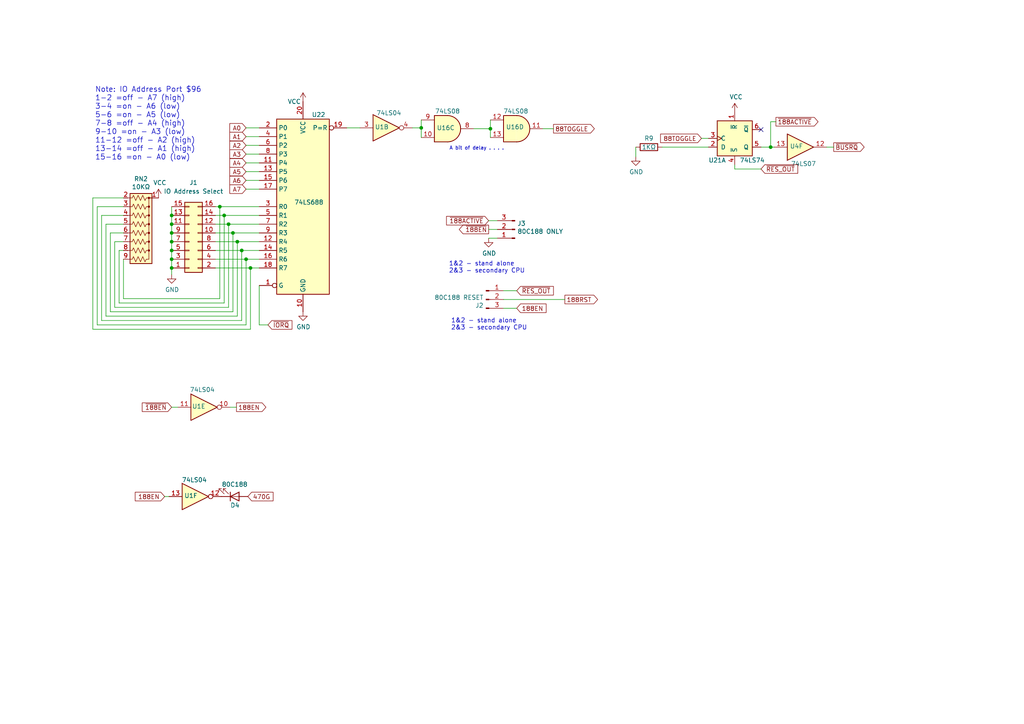
<source format=kicad_sch>
(kicad_sch (version 20211123) (generator eeschema)

  (uuid b09505b7-6490-48dc-8db5-36aab972f3f2)

  (paper "A4")

  (title_block
    (title "Duodyne 80C188 CPU board")
    (date "2024-09-14")
    (rev "V0.7")
    (comment 1 "Based on a design by John R Coffman. ")
    (comment 2 " RetroBrew Computer Group")
  )

  (lib_symbols
    (symbol "74xx:74LS04" (in_bom yes) (on_board yes)
      (property "Reference" "U" (id 0) (at 0 1.27 0)
        (effects (font (size 1.27 1.27)))
      )
      (property "Value" "74LS04" (id 1) (at 0 -1.27 0)
        (effects (font (size 1.27 1.27)))
      )
      (property "Footprint" "" (id 2) (at 0 0 0)
        (effects (font (size 1.27 1.27)) hide)
      )
      (property "Datasheet" "http://www.ti.com/lit/gpn/sn74LS04" (id 3) (at 0 0 0)
        (effects (font (size 1.27 1.27)) hide)
      )
      (property "ki_locked" "" (id 4) (at 0 0 0)
        (effects (font (size 1.27 1.27)))
      )
      (property "ki_keywords" "TTL not inv" (id 5) (at 0 0 0)
        (effects (font (size 1.27 1.27)) hide)
      )
      (property "ki_description" "Hex Inverter" (id 6) (at 0 0 0)
        (effects (font (size 1.27 1.27)) hide)
      )
      (property "ki_fp_filters" "DIP*W7.62mm* SSOP?14* TSSOP?14*" (id 7) (at 0 0 0)
        (effects (font (size 1.27 1.27)) hide)
      )
      (symbol "74LS04_1_0"
        (polyline
          (pts
            (xy -3.81 3.81)
            (xy -3.81 -3.81)
            (xy 3.81 0)
            (xy -3.81 3.81)
          )
          (stroke (width 0.254) (type default) (color 0 0 0 0))
          (fill (type background))
        )
        (pin input line (at -7.62 0 0) (length 3.81)
          (name "~" (effects (font (size 1.27 1.27))))
          (number "1" (effects (font (size 1.27 1.27))))
        )
        (pin output inverted (at 7.62 0 180) (length 3.81)
          (name "~" (effects (font (size 1.27 1.27))))
          (number "2" (effects (font (size 1.27 1.27))))
        )
      )
      (symbol "74LS04_2_0"
        (polyline
          (pts
            (xy -3.81 3.81)
            (xy -3.81 -3.81)
            (xy 3.81 0)
            (xy -3.81 3.81)
          )
          (stroke (width 0.254) (type default) (color 0 0 0 0))
          (fill (type background))
        )
        (pin input line (at -7.62 0 0) (length 3.81)
          (name "~" (effects (font (size 1.27 1.27))))
          (number "3" (effects (font (size 1.27 1.27))))
        )
        (pin output inverted (at 7.62 0 180) (length 3.81)
          (name "~" (effects (font (size 1.27 1.27))))
          (number "4" (effects (font (size 1.27 1.27))))
        )
      )
      (symbol "74LS04_3_0"
        (polyline
          (pts
            (xy -3.81 3.81)
            (xy -3.81 -3.81)
            (xy 3.81 0)
            (xy -3.81 3.81)
          )
          (stroke (width 0.254) (type default) (color 0 0 0 0))
          (fill (type background))
        )
        (pin input line (at -7.62 0 0) (length 3.81)
          (name "~" (effects (font (size 1.27 1.27))))
          (number "5" (effects (font (size 1.27 1.27))))
        )
        (pin output inverted (at 7.62 0 180) (length 3.81)
          (name "~" (effects (font (size 1.27 1.27))))
          (number "6" (effects (font (size 1.27 1.27))))
        )
      )
      (symbol "74LS04_4_0"
        (polyline
          (pts
            (xy -3.81 3.81)
            (xy -3.81 -3.81)
            (xy 3.81 0)
            (xy -3.81 3.81)
          )
          (stroke (width 0.254) (type default) (color 0 0 0 0))
          (fill (type background))
        )
        (pin output inverted (at 7.62 0 180) (length 3.81)
          (name "~" (effects (font (size 1.27 1.27))))
          (number "8" (effects (font (size 1.27 1.27))))
        )
        (pin input line (at -7.62 0 0) (length 3.81)
          (name "~" (effects (font (size 1.27 1.27))))
          (number "9" (effects (font (size 1.27 1.27))))
        )
      )
      (symbol "74LS04_5_0"
        (polyline
          (pts
            (xy -3.81 3.81)
            (xy -3.81 -3.81)
            (xy 3.81 0)
            (xy -3.81 3.81)
          )
          (stroke (width 0.254) (type default) (color 0 0 0 0))
          (fill (type background))
        )
        (pin output inverted (at 7.62 0 180) (length 3.81)
          (name "~" (effects (font (size 1.27 1.27))))
          (number "10" (effects (font (size 1.27 1.27))))
        )
        (pin input line (at -7.62 0 0) (length 3.81)
          (name "~" (effects (font (size 1.27 1.27))))
          (number "11" (effects (font (size 1.27 1.27))))
        )
      )
      (symbol "74LS04_6_0"
        (polyline
          (pts
            (xy -3.81 3.81)
            (xy -3.81 -3.81)
            (xy 3.81 0)
            (xy -3.81 3.81)
          )
          (stroke (width 0.254) (type default) (color 0 0 0 0))
          (fill (type background))
        )
        (pin output inverted (at 7.62 0 180) (length 3.81)
          (name "~" (effects (font (size 1.27 1.27))))
          (number "12" (effects (font (size 1.27 1.27))))
        )
        (pin input line (at -7.62 0 0) (length 3.81)
          (name "~" (effects (font (size 1.27 1.27))))
          (number "13" (effects (font (size 1.27 1.27))))
        )
      )
      (symbol "74LS04_7_0"
        (pin power_in line (at 0 12.7 270) (length 5.08)
          (name "VCC" (effects (font (size 1.27 1.27))))
          (number "14" (effects (font (size 1.27 1.27))))
        )
        (pin power_in line (at 0 -12.7 90) (length 5.08)
          (name "GND" (effects (font (size 1.27 1.27))))
          (number "7" (effects (font (size 1.27 1.27))))
        )
      )
      (symbol "74LS04_7_1"
        (rectangle (start -5.08 7.62) (end 5.08 -7.62)
          (stroke (width 0.254) (type default) (color 0 0 0 0))
          (fill (type background))
        )
      )
    )
    (symbol "74xx:74LS07" (pin_names (offset 1.016)) (in_bom yes) (on_board yes)
      (property "Reference" "U" (id 0) (at 0 1.27 0)
        (effects (font (size 1.27 1.27)))
      )
      (property "Value" "74LS07" (id 1) (at 0 -1.27 0)
        (effects (font (size 1.27 1.27)))
      )
      (property "Footprint" "" (id 2) (at 0 0 0)
        (effects (font (size 1.27 1.27)) hide)
      )
      (property "Datasheet" "www.ti.com/lit/ds/symlink/sn74ls07.pdf" (id 3) (at 0 0 0)
        (effects (font (size 1.27 1.27)) hide)
      )
      (property "ki_locked" "" (id 4) (at 0 0 0)
        (effects (font (size 1.27 1.27)))
      )
      (property "ki_keywords" "TTL hex buffer OpenCol" (id 5) (at 0 0 0)
        (effects (font (size 1.27 1.27)) hide)
      )
      (property "ki_description" "Hex Buffers and Drivers With Open Collector High Voltage Outputs" (id 6) (at 0 0 0)
        (effects (font (size 1.27 1.27)) hide)
      )
      (property "ki_fp_filters" "SOIC*3.9x8.7mm*P1.27mm* TSSOP*4.4x5mm*P0.65mm* DIP*W7.62mm*" (id 7) (at 0 0 0)
        (effects (font (size 1.27 1.27)) hide)
      )
      (symbol "74LS07_1_0"
        (polyline
          (pts
            (xy -3.81 3.81)
            (xy -3.81 -3.81)
            (xy 3.81 0)
            (xy -3.81 3.81)
          )
          (stroke (width 0.254) (type default) (color 0 0 0 0))
          (fill (type background))
        )
        (pin input line (at -7.62 0 0) (length 3.81)
          (name "~" (effects (font (size 1.27 1.27))))
          (number "1" (effects (font (size 1.27 1.27))))
        )
        (pin open_collector line (at 7.62 0 180) (length 3.81)
          (name "~" (effects (font (size 1.27 1.27))))
          (number "2" (effects (font (size 1.27 1.27))))
        )
      )
      (symbol "74LS07_2_0"
        (polyline
          (pts
            (xy -3.81 3.81)
            (xy -3.81 -3.81)
            (xy 3.81 0)
            (xy -3.81 3.81)
          )
          (stroke (width 0.254) (type default) (color 0 0 0 0))
          (fill (type background))
        )
        (pin input line (at -7.62 0 0) (length 3.81)
          (name "~" (effects (font (size 1.27 1.27))))
          (number "3" (effects (font (size 1.27 1.27))))
        )
        (pin open_collector line (at 7.62 0 180) (length 3.81)
          (name "~" (effects (font (size 1.27 1.27))))
          (number "4" (effects (font (size 1.27 1.27))))
        )
      )
      (symbol "74LS07_3_0"
        (polyline
          (pts
            (xy -3.81 3.81)
            (xy -3.81 -3.81)
            (xy 3.81 0)
            (xy -3.81 3.81)
          )
          (stroke (width 0.254) (type default) (color 0 0 0 0))
          (fill (type background))
        )
        (pin input line (at -7.62 0 0) (length 3.81)
          (name "~" (effects (font (size 1.27 1.27))))
          (number "5" (effects (font (size 1.27 1.27))))
        )
        (pin open_collector line (at 7.62 0 180) (length 3.81)
          (name "~" (effects (font (size 1.27 1.27))))
          (number "6" (effects (font (size 1.27 1.27))))
        )
      )
      (symbol "74LS07_4_0"
        (polyline
          (pts
            (xy -3.81 3.81)
            (xy -3.81 -3.81)
            (xy 3.81 0)
            (xy -3.81 3.81)
          )
          (stroke (width 0.254) (type default) (color 0 0 0 0))
          (fill (type background))
        )
        (pin open_collector line (at 7.62 0 180) (length 3.81)
          (name "~" (effects (font (size 1.27 1.27))))
          (number "8" (effects (font (size 1.27 1.27))))
        )
        (pin input line (at -7.62 0 0) (length 3.81)
          (name "~" (effects (font (size 1.27 1.27))))
          (number "9" (effects (font (size 1.27 1.27))))
        )
      )
      (symbol "74LS07_5_0"
        (polyline
          (pts
            (xy -3.81 3.81)
            (xy -3.81 -3.81)
            (xy 3.81 0)
            (xy -3.81 3.81)
          )
          (stroke (width 0.254) (type default) (color 0 0 0 0))
          (fill (type background))
        )
        (pin open_collector line (at 7.62 0 180) (length 3.81)
          (name "~" (effects (font (size 1.27 1.27))))
          (number "10" (effects (font (size 1.27 1.27))))
        )
        (pin input line (at -7.62 0 0) (length 3.81)
          (name "~" (effects (font (size 1.27 1.27))))
          (number "11" (effects (font (size 1.27 1.27))))
        )
      )
      (symbol "74LS07_6_0"
        (polyline
          (pts
            (xy -3.81 3.81)
            (xy -3.81 -3.81)
            (xy 3.81 0)
            (xy -3.81 3.81)
          )
          (stroke (width 0.254) (type default) (color 0 0 0 0))
          (fill (type background))
        )
        (pin open_collector line (at 7.62 0 180) (length 3.81)
          (name "~" (effects (font (size 1.27 1.27))))
          (number "12" (effects (font (size 1.27 1.27))))
        )
        (pin input line (at -7.62 0 0) (length 3.81)
          (name "~" (effects (font (size 1.27 1.27))))
          (number "13" (effects (font (size 1.27 1.27))))
        )
      )
      (symbol "74LS07_7_0"
        (pin power_in line (at 0 12.7 270) (length 5.08)
          (name "VCC" (effects (font (size 1.27 1.27))))
          (number "14" (effects (font (size 1.27 1.27))))
        )
        (pin power_in line (at 0 -12.7 90) (length 5.08)
          (name "GND" (effects (font (size 1.27 1.27))))
          (number "7" (effects (font (size 1.27 1.27))))
        )
      )
      (symbol "74LS07_7_1"
        (rectangle (start -5.08 7.62) (end 5.08 -7.62)
          (stroke (width 0.254) (type default) (color 0 0 0 0))
          (fill (type background))
        )
      )
    )
    (symbol "74xx:74LS08" (pin_names (offset 1.016)) (in_bom yes) (on_board yes)
      (property "Reference" "U" (id 0) (at 0 1.27 0)
        (effects (font (size 1.27 1.27)))
      )
      (property "Value" "74LS08" (id 1) (at 0 -1.27 0)
        (effects (font (size 1.27 1.27)))
      )
      (property "Footprint" "" (id 2) (at 0 0 0)
        (effects (font (size 1.27 1.27)) hide)
      )
      (property "Datasheet" "http://www.ti.com/lit/gpn/sn74LS08" (id 3) (at 0 0 0)
        (effects (font (size 1.27 1.27)) hide)
      )
      (property "ki_locked" "" (id 4) (at 0 0 0)
        (effects (font (size 1.27 1.27)))
      )
      (property "ki_keywords" "TTL and2" (id 5) (at 0 0 0)
        (effects (font (size 1.27 1.27)) hide)
      )
      (property "ki_description" "Quad And2" (id 6) (at 0 0 0)
        (effects (font (size 1.27 1.27)) hide)
      )
      (property "ki_fp_filters" "DIP*W7.62mm*" (id 7) (at 0 0 0)
        (effects (font (size 1.27 1.27)) hide)
      )
      (symbol "74LS08_1_1"
        (arc (start 0 -3.81) (mid 3.81 0) (end 0 3.81)
          (stroke (width 0.254) (type default) (color 0 0 0 0))
          (fill (type background))
        )
        (polyline
          (pts
            (xy 0 3.81)
            (xy -3.81 3.81)
            (xy -3.81 -3.81)
            (xy 0 -3.81)
          )
          (stroke (width 0.254) (type default) (color 0 0 0 0))
          (fill (type background))
        )
        (pin input line (at -7.62 2.54 0) (length 3.81)
          (name "~" (effects (font (size 1.27 1.27))))
          (number "1" (effects (font (size 1.27 1.27))))
        )
        (pin input line (at -7.62 -2.54 0) (length 3.81)
          (name "~" (effects (font (size 1.27 1.27))))
          (number "2" (effects (font (size 1.27 1.27))))
        )
        (pin output line (at 7.62 0 180) (length 3.81)
          (name "~" (effects (font (size 1.27 1.27))))
          (number "3" (effects (font (size 1.27 1.27))))
        )
      )
      (symbol "74LS08_1_2"
        (arc (start -3.81 -3.81) (mid -2.589 0) (end -3.81 3.81)
          (stroke (width 0.254) (type default) (color 0 0 0 0))
          (fill (type none))
        )
        (arc (start -0.6096 -3.81) (mid 2.1842 -2.5851) (end 3.81 0)
          (stroke (width 0.254) (type default) (color 0 0 0 0))
          (fill (type background))
        )
        (polyline
          (pts
            (xy -3.81 -3.81)
            (xy -0.635 -3.81)
          )
          (stroke (width 0.254) (type default) (color 0 0 0 0))
          (fill (type background))
        )
        (polyline
          (pts
            (xy -3.81 3.81)
            (xy -0.635 3.81)
          )
          (stroke (width 0.254) (type default) (color 0 0 0 0))
          (fill (type background))
        )
        (polyline
          (pts
            (xy -0.635 3.81)
            (xy -3.81 3.81)
            (xy -3.81 3.81)
            (xy -3.556 3.4036)
            (xy -3.0226 2.2606)
            (xy -2.6924 1.0414)
            (xy -2.6162 -0.254)
            (xy -2.7686 -1.4986)
            (xy -3.175 -2.7178)
            (xy -3.81 -3.81)
            (xy -3.81 -3.81)
            (xy -0.635 -3.81)
          )
          (stroke (width -25.4) (type default) (color 0 0 0 0))
          (fill (type background))
        )
        (arc (start 3.81 0) (mid 2.1915 2.5936) (end -0.6096 3.81)
          (stroke (width 0.254) (type default) (color 0 0 0 0))
          (fill (type background))
        )
        (pin input inverted (at -7.62 2.54 0) (length 4.318)
          (name "~" (effects (font (size 1.27 1.27))))
          (number "1" (effects (font (size 1.27 1.27))))
        )
        (pin input inverted (at -7.62 -2.54 0) (length 4.318)
          (name "~" (effects (font (size 1.27 1.27))))
          (number "2" (effects (font (size 1.27 1.27))))
        )
        (pin output inverted (at 7.62 0 180) (length 3.81)
          (name "~" (effects (font (size 1.27 1.27))))
          (number "3" (effects (font (size 1.27 1.27))))
        )
      )
      (symbol "74LS08_2_1"
        (arc (start 0 -3.81) (mid 3.81 0) (end 0 3.81)
          (stroke (width 0.254) (type default) (color 0 0 0 0))
          (fill (type background))
        )
        (polyline
          (pts
            (xy 0 3.81)
            (xy -3.81 3.81)
            (xy -3.81 -3.81)
            (xy 0 -3.81)
          )
          (stroke (width 0.254) (type default) (color 0 0 0 0))
          (fill (type background))
        )
        (pin input line (at -7.62 2.54 0) (length 3.81)
          (name "~" (effects (font (size 1.27 1.27))))
          (number "4" (effects (font (size 1.27 1.27))))
        )
        (pin input line (at -7.62 -2.54 0) (length 3.81)
          (name "~" (effects (font (size 1.27 1.27))))
          (number "5" (effects (font (size 1.27 1.27))))
        )
        (pin output line (at 7.62 0 180) (length 3.81)
          (name "~" (effects (font (size 1.27 1.27))))
          (number "6" (effects (font (size 1.27 1.27))))
        )
      )
      (symbol "74LS08_2_2"
        (arc (start -3.81 -3.81) (mid -2.589 0) (end -3.81 3.81)
          (stroke (width 0.254) (type default) (color 0 0 0 0))
          (fill (type none))
        )
        (arc (start -0.6096 -3.81) (mid 2.1842 -2.5851) (end 3.81 0)
          (stroke (width 0.254) (type default) (color 0 0 0 0))
          (fill (type background))
        )
        (polyline
          (pts
            (xy -3.81 -3.81)
            (xy -0.635 -3.81)
          )
          (stroke (width 0.254) (type default) (color 0 0 0 0))
          (fill (type background))
        )
        (polyline
          (pts
            (xy -3.81 3.81)
            (xy -0.635 3.81)
          )
          (stroke (width 0.254) (type default) (color 0 0 0 0))
          (fill (type background))
        )
        (polyline
          (pts
            (xy -0.635 3.81)
            (xy -3.81 3.81)
            (xy -3.81 3.81)
            (xy -3.556 3.4036)
            (xy -3.0226 2.2606)
            (xy -2.6924 1.0414)
            (xy -2.6162 -0.254)
            (xy -2.7686 -1.4986)
            (xy -3.175 -2.7178)
            (xy -3.81 -3.81)
            (xy -3.81 -3.81)
            (xy -0.635 -3.81)
          )
          (stroke (width -25.4) (type default) (color 0 0 0 0))
          (fill (type background))
        )
        (arc (start 3.81 0) (mid 2.1915 2.5936) (end -0.6096 3.81)
          (stroke (width 0.254) (type default) (color 0 0 0 0))
          (fill (type background))
        )
        (pin input inverted (at -7.62 2.54 0) (length 4.318)
          (name "~" (effects (font (size 1.27 1.27))))
          (number "4" (effects (font (size 1.27 1.27))))
        )
        (pin input inverted (at -7.62 -2.54 0) (length 4.318)
          (name "~" (effects (font (size 1.27 1.27))))
          (number "5" (effects (font (size 1.27 1.27))))
        )
        (pin output inverted (at 7.62 0 180) (length 3.81)
          (name "~" (effects (font (size 1.27 1.27))))
          (number "6" (effects (font (size 1.27 1.27))))
        )
      )
      (symbol "74LS08_3_1"
        (arc (start 0 -3.81) (mid 3.81 0) (end 0 3.81)
          (stroke (width 0.254) (type default) (color 0 0 0 0))
          (fill (type background))
        )
        (polyline
          (pts
            (xy 0 3.81)
            (xy -3.81 3.81)
            (xy -3.81 -3.81)
            (xy 0 -3.81)
          )
          (stroke (width 0.254) (type default) (color 0 0 0 0))
          (fill (type background))
        )
        (pin input line (at -7.62 -2.54 0) (length 3.81)
          (name "~" (effects (font (size 1.27 1.27))))
          (number "10" (effects (font (size 1.27 1.27))))
        )
        (pin output line (at 7.62 0 180) (length 3.81)
          (name "~" (effects (font (size 1.27 1.27))))
          (number "8" (effects (font (size 1.27 1.27))))
        )
        (pin input line (at -7.62 2.54 0) (length 3.81)
          (name "~" (effects (font (size 1.27 1.27))))
          (number "9" (effects (font (size 1.27 1.27))))
        )
      )
      (symbol "74LS08_3_2"
        (arc (start -3.81 -3.81) (mid -2.589 0) (end -3.81 3.81)
          (stroke (width 0.254) (type default) (color 0 0 0 0))
          (fill (type none))
        )
        (arc (start -0.6096 -3.81) (mid 2.1842 -2.5851) (end 3.81 0)
          (stroke (width 0.254) (type default) (color 0 0 0 0))
          (fill (type background))
        )
        (polyline
          (pts
            (xy -3.81 -3.81)
            (xy -0.635 -3.81)
          )
          (stroke (width 0.254) (type default) (color 0 0 0 0))
          (fill (type background))
        )
        (polyline
          (pts
            (xy -3.81 3.81)
            (xy -0.635 3.81)
          )
          (stroke (width 0.254) (type default) (color 0 0 0 0))
          (fill (type background))
        )
        (polyline
          (pts
            (xy -0.635 3.81)
            (xy -3.81 3.81)
            (xy -3.81 3.81)
            (xy -3.556 3.4036)
            (xy -3.0226 2.2606)
            (xy -2.6924 1.0414)
            (xy -2.6162 -0.254)
            (xy -2.7686 -1.4986)
            (xy -3.175 -2.7178)
            (xy -3.81 -3.81)
            (xy -3.81 -3.81)
            (xy -0.635 -3.81)
          )
          (stroke (width -25.4) (type default) (color 0 0 0 0))
          (fill (type background))
        )
        (arc (start 3.81 0) (mid 2.1915 2.5936) (end -0.6096 3.81)
          (stroke (width 0.254) (type default) (color 0 0 0 0))
          (fill (type background))
        )
        (pin input inverted (at -7.62 -2.54 0) (length 4.318)
          (name "~" (effects (font (size 1.27 1.27))))
          (number "10" (effects (font (size 1.27 1.27))))
        )
        (pin output inverted (at 7.62 0 180) (length 3.81)
          (name "~" (effects (font (size 1.27 1.27))))
          (number "8" (effects (font (size 1.27 1.27))))
        )
        (pin input inverted (at -7.62 2.54 0) (length 4.318)
          (name "~" (effects (font (size 1.27 1.27))))
          (number "9" (effects (font (size 1.27 1.27))))
        )
      )
      (symbol "74LS08_4_1"
        (arc (start 0 -3.81) (mid 3.81 0) (end 0 3.81)
          (stroke (width 0.254) (type default) (color 0 0 0 0))
          (fill (type background))
        )
        (polyline
          (pts
            (xy 0 3.81)
            (xy -3.81 3.81)
            (xy -3.81 -3.81)
            (xy 0 -3.81)
          )
          (stroke (width 0.254) (type default) (color 0 0 0 0))
          (fill (type background))
        )
        (pin output line (at 7.62 0 180) (length 3.81)
          (name "~" (effects (font (size 1.27 1.27))))
          (number "11" (effects (font (size 1.27 1.27))))
        )
        (pin input line (at -7.62 2.54 0) (length 3.81)
          (name "~" (effects (font (size 1.27 1.27))))
          (number "12" (effects (font (size 1.27 1.27))))
        )
        (pin input line (at -7.62 -2.54 0) (length 3.81)
          (name "~" (effects (font (size 1.27 1.27))))
          (number "13" (effects (font (size 1.27 1.27))))
        )
      )
      (symbol "74LS08_4_2"
        (arc (start -3.81 -3.81) (mid -2.589 0) (end -3.81 3.81)
          (stroke (width 0.254) (type default) (color 0 0 0 0))
          (fill (type none))
        )
        (arc (start -0.6096 -3.81) (mid 2.1842 -2.5851) (end 3.81 0)
          (stroke (width 0.254) (type default) (color 0 0 0 0))
          (fill (type background))
        )
        (polyline
          (pts
            (xy -3.81 -3.81)
            (xy -0.635 -3.81)
          )
          (stroke (width 0.254) (type default) (color 0 0 0 0))
          (fill (type background))
        )
        (polyline
          (pts
            (xy -3.81 3.81)
            (xy -0.635 3.81)
          )
          (stroke (width 0.254) (type default) (color 0 0 0 0))
          (fill (type background))
        )
        (polyline
          (pts
            (xy -0.635 3.81)
            (xy -3.81 3.81)
            (xy -3.81 3.81)
            (xy -3.556 3.4036)
            (xy -3.0226 2.2606)
            (xy -2.6924 1.0414)
            (xy -2.6162 -0.254)
            (xy -2.7686 -1.4986)
            (xy -3.175 -2.7178)
            (xy -3.81 -3.81)
            (xy -3.81 -3.81)
            (xy -0.635 -3.81)
          )
          (stroke (width -25.4) (type default) (color 0 0 0 0))
          (fill (type background))
        )
        (arc (start 3.81 0) (mid 2.1915 2.5936) (end -0.6096 3.81)
          (stroke (width 0.254) (type default) (color 0 0 0 0))
          (fill (type background))
        )
        (pin output inverted (at 7.62 0 180) (length 3.81)
          (name "~" (effects (font (size 1.27 1.27))))
          (number "11" (effects (font (size 1.27 1.27))))
        )
        (pin input inverted (at -7.62 2.54 0) (length 4.318)
          (name "~" (effects (font (size 1.27 1.27))))
          (number "12" (effects (font (size 1.27 1.27))))
        )
        (pin input inverted (at -7.62 -2.54 0) (length 4.318)
          (name "~" (effects (font (size 1.27 1.27))))
          (number "13" (effects (font (size 1.27 1.27))))
        )
      )
      (symbol "74LS08_5_0"
        (pin power_in line (at 0 12.7 270) (length 5.08)
          (name "VCC" (effects (font (size 1.27 1.27))))
          (number "14" (effects (font (size 1.27 1.27))))
        )
        (pin power_in line (at 0 -12.7 90) (length 5.08)
          (name "GND" (effects (font (size 1.27 1.27))))
          (number "7" (effects (font (size 1.27 1.27))))
        )
      )
      (symbol "74LS08_5_1"
        (rectangle (start -5.08 7.62) (end 5.08 -7.62)
          (stroke (width 0.254) (type default) (color 0 0 0 0))
          (fill (type background))
        )
      )
    )
    (symbol "74xx:74LS688" (in_bom yes) (on_board yes)
      (property "Reference" "U" (id 0) (at -7.62 26.67 0)
        (effects (font (size 1.27 1.27)))
      )
      (property "Value" "74LS688" (id 1) (at -7.62 -26.67 0)
        (effects (font (size 1.27 1.27)))
      )
      (property "Footprint" "" (id 2) (at 0 0 0)
        (effects (font (size 1.27 1.27)) hide)
      )
      (property "Datasheet" "http://www.ti.com/lit/gpn/sn74LS688" (id 3) (at 0 0 0)
        (effects (font (size 1.27 1.27)) hide)
      )
      (property "ki_keywords" "TTL DECOD Arith" (id 4) (at 0 0 0)
        (effects (font (size 1.27 1.27)) hide)
      )
      (property "ki_description" "8-bit magnitude comparator" (id 5) (at 0 0 0)
        (effects (font (size 1.27 1.27)) hide)
      )
      (property "ki_fp_filters" "DIP?20* SOIC?20* SO?20* TSSOP?20*" (id 6) (at 0 0 0)
        (effects (font (size 1.27 1.27)) hide)
      )
      (symbol "74LS688_1_0"
        (pin input inverted (at -12.7 -22.86 0) (length 5.08)
          (name "G" (effects (font (size 1.27 1.27))))
          (number "1" (effects (font (size 1.27 1.27))))
        )
        (pin power_in line (at 0 -30.48 90) (length 5.08)
          (name "GND" (effects (font (size 1.27 1.27))))
          (number "10" (effects (font (size 1.27 1.27))))
        )
        (pin input line (at -12.7 12.7 0) (length 5.08)
          (name "P4" (effects (font (size 1.27 1.27))))
          (number "11" (effects (font (size 1.27 1.27))))
        )
        (pin input line (at -12.7 -10.16 0) (length 5.08)
          (name "R4" (effects (font (size 1.27 1.27))))
          (number "12" (effects (font (size 1.27 1.27))))
        )
        (pin input line (at -12.7 10.16 0) (length 5.08)
          (name "P5" (effects (font (size 1.27 1.27))))
          (number "13" (effects (font (size 1.27 1.27))))
        )
        (pin input line (at -12.7 -12.7 0) (length 5.08)
          (name "R5" (effects (font (size 1.27 1.27))))
          (number "14" (effects (font (size 1.27 1.27))))
        )
        (pin input line (at -12.7 7.62 0) (length 5.08)
          (name "P6" (effects (font (size 1.27 1.27))))
          (number "15" (effects (font (size 1.27 1.27))))
        )
        (pin input line (at -12.7 -15.24 0) (length 5.08)
          (name "R6" (effects (font (size 1.27 1.27))))
          (number "16" (effects (font (size 1.27 1.27))))
        )
        (pin input line (at -12.7 5.08 0) (length 5.08)
          (name "P7" (effects (font (size 1.27 1.27))))
          (number "17" (effects (font (size 1.27 1.27))))
        )
        (pin input line (at -12.7 -17.78 0) (length 5.08)
          (name "R7" (effects (font (size 1.27 1.27))))
          (number "18" (effects (font (size 1.27 1.27))))
        )
        (pin output inverted (at 12.7 22.86 180) (length 5.08)
          (name "P=R" (effects (font (size 1.27 1.27))))
          (number "19" (effects (font (size 1.27 1.27))))
        )
        (pin input line (at -12.7 22.86 0) (length 5.08)
          (name "P0" (effects (font (size 1.27 1.27))))
          (number "2" (effects (font (size 1.27 1.27))))
        )
        (pin power_in line (at 0 30.48 270) (length 5.08)
          (name "VCC" (effects (font (size 1.27 1.27))))
          (number "20" (effects (font (size 1.27 1.27))))
        )
        (pin input line (at -12.7 0 0) (length 5.08)
          (name "R0" (effects (font (size 1.27 1.27))))
          (number "3" (effects (font (size 1.27 1.27))))
        )
        (pin input line (at -12.7 20.32 0) (length 5.08)
          (name "P1" (effects (font (size 1.27 1.27))))
          (number "4" (effects (font (size 1.27 1.27))))
        )
        (pin input line (at -12.7 -2.54 0) (length 5.08)
          (name "R1" (effects (font (size 1.27 1.27))))
          (number "5" (effects (font (size 1.27 1.27))))
        )
        (pin input line (at -12.7 17.78 0) (length 5.08)
          (name "P2" (effects (font (size 1.27 1.27))))
          (number "6" (effects (font (size 1.27 1.27))))
        )
        (pin input line (at -12.7 -5.08 0) (length 5.08)
          (name "R2" (effects (font (size 1.27 1.27))))
          (number "7" (effects (font (size 1.27 1.27))))
        )
        (pin input line (at -12.7 15.24 0) (length 5.08)
          (name "P3" (effects (font (size 1.27 1.27))))
          (number "8" (effects (font (size 1.27 1.27))))
        )
        (pin input line (at -12.7 -7.62 0) (length 5.08)
          (name "R3" (effects (font (size 1.27 1.27))))
          (number "9" (effects (font (size 1.27 1.27))))
        )
      )
      (symbol "74LS688_1_1"
        (rectangle (start -7.62 25.4) (end 7.62 -25.4)
          (stroke (width 0.254) (type default) (color 0 0 0 0))
          (fill (type background))
        )
      )
    )
    (symbol "74xx:74LS74" (pin_names (offset 1.016)) (in_bom yes) (on_board yes)
      (property "Reference" "U" (id 0) (at -7.62 8.89 0)
        (effects (font (size 1.27 1.27)))
      )
      (property "Value" "74LS74" (id 1) (at -7.62 -8.89 0)
        (effects (font (size 1.27 1.27)))
      )
      (property "Footprint" "" (id 2) (at 0 0 0)
        (effects (font (size 1.27 1.27)) hide)
      )
      (property "Datasheet" "74xx/74hc_hct74.pdf" (id 3) (at 0 0 0)
        (effects (font (size 1.27 1.27)) hide)
      )
      (property "ki_locked" "" (id 4) (at 0 0 0)
        (effects (font (size 1.27 1.27)))
      )
      (property "ki_keywords" "TTL DFF" (id 5) (at 0 0 0)
        (effects (font (size 1.27 1.27)) hide)
      )
      (property "ki_description" "Dual D Flip-flop, Set & Reset" (id 6) (at 0 0 0)
        (effects (font (size 1.27 1.27)) hide)
      )
      (property "ki_fp_filters" "DIP*W7.62mm*" (id 7) (at 0 0 0)
        (effects (font (size 1.27 1.27)) hide)
      )
      (symbol "74LS74_1_0"
        (pin input line (at 0 -7.62 90) (length 2.54)
          (name "~{R}" (effects (font (size 1.27 1.27))))
          (number "1" (effects (font (size 1.27 1.27))))
        )
        (pin input line (at -7.62 2.54 0) (length 2.54)
          (name "D" (effects (font (size 1.27 1.27))))
          (number "2" (effects (font (size 1.27 1.27))))
        )
        (pin input clock (at -7.62 0 0) (length 2.54)
          (name "C" (effects (font (size 1.27 1.27))))
          (number "3" (effects (font (size 1.27 1.27))))
        )
        (pin input line (at 0 7.62 270) (length 2.54)
          (name "~{S}" (effects (font (size 1.27 1.27))))
          (number "4" (effects (font (size 1.27 1.27))))
        )
        (pin output line (at 7.62 2.54 180) (length 2.54)
          (name "Q" (effects (font (size 1.27 1.27))))
          (number "5" (effects (font (size 1.27 1.27))))
        )
        (pin output line (at 7.62 -2.54 180) (length 2.54)
          (name "~{Q}" (effects (font (size 1.27 1.27))))
          (number "6" (effects (font (size 1.27 1.27))))
        )
      )
      (symbol "74LS74_1_1"
        (rectangle (start -5.08 5.08) (end 5.08 -5.08)
          (stroke (width 0.254) (type default) (color 0 0 0 0))
          (fill (type background))
        )
      )
      (symbol "74LS74_2_0"
        (pin input line (at 0 7.62 270) (length 2.54)
          (name "~{S}" (effects (font (size 1.27 1.27))))
          (number "10" (effects (font (size 1.27 1.27))))
        )
        (pin input clock (at -7.62 0 0) (length 2.54)
          (name "C" (effects (font (size 1.27 1.27))))
          (number "11" (effects (font (size 1.27 1.27))))
        )
        (pin input line (at -7.62 2.54 0) (length 2.54)
          (name "D" (effects (font (size 1.27 1.27))))
          (number "12" (effects (font (size 1.27 1.27))))
        )
        (pin input line (at 0 -7.62 90) (length 2.54)
          (name "~{R}" (effects (font (size 1.27 1.27))))
          (number "13" (effects (font (size 1.27 1.27))))
        )
        (pin output line (at 7.62 -2.54 180) (length 2.54)
          (name "~{Q}" (effects (font (size 1.27 1.27))))
          (number "8" (effects (font (size 1.27 1.27))))
        )
        (pin output line (at 7.62 2.54 180) (length 2.54)
          (name "Q" (effects (font (size 1.27 1.27))))
          (number "9" (effects (font (size 1.27 1.27))))
        )
      )
      (symbol "74LS74_2_1"
        (rectangle (start -5.08 5.08) (end 5.08 -5.08)
          (stroke (width 0.254) (type default) (color 0 0 0 0))
          (fill (type background))
        )
      )
      (symbol "74LS74_3_0"
        (pin power_in line (at 0 10.16 270) (length 2.54)
          (name "VCC" (effects (font (size 1.27 1.27))))
          (number "14" (effects (font (size 1.27 1.27))))
        )
        (pin power_in line (at 0 -10.16 90) (length 2.54)
          (name "GND" (effects (font (size 1.27 1.27))))
          (number "7" (effects (font (size 1.27 1.27))))
        )
      )
      (symbol "74LS74_3_1"
        (rectangle (start -5.08 7.62) (end 5.08 -7.62)
          (stroke (width 0.254) (type default) (color 0 0 0 0))
          (fill (type background))
        )
      )
    )
    (symbol "Connector:Conn_01x03_Male" (pin_names (offset 1.016) hide) (in_bom yes) (on_board yes)
      (property "Reference" "J" (id 0) (at 0 5.08 0)
        (effects (font (size 1.27 1.27)))
      )
      (property "Value" "Conn_01x03_Male" (id 1) (at 0 -5.08 0)
        (effects (font (size 1.27 1.27)))
      )
      (property "Footprint" "" (id 2) (at 0 0 0)
        (effects (font (size 1.27 1.27)) hide)
      )
      (property "Datasheet" "~" (id 3) (at 0 0 0)
        (effects (font (size 1.27 1.27)) hide)
      )
      (property "ki_keywords" "connector" (id 4) (at 0 0 0)
        (effects (font (size 1.27 1.27)) hide)
      )
      (property "ki_description" "Generic connector, single row, 01x03, script generated (kicad-library-utils/schlib/autogen/connector/)" (id 5) (at 0 0 0)
        (effects (font (size 1.27 1.27)) hide)
      )
      (property "ki_fp_filters" "Connector*:*_1x??_*" (id 6) (at 0 0 0)
        (effects (font (size 1.27 1.27)) hide)
      )
      (symbol "Conn_01x03_Male_1_1"
        (polyline
          (pts
            (xy 1.27 -2.54)
            (xy 0.8636 -2.54)
          )
          (stroke (width 0.1524) (type default) (color 0 0 0 0))
          (fill (type none))
        )
        (polyline
          (pts
            (xy 1.27 0)
            (xy 0.8636 0)
          )
          (stroke (width 0.1524) (type default) (color 0 0 0 0))
          (fill (type none))
        )
        (polyline
          (pts
            (xy 1.27 2.54)
            (xy 0.8636 2.54)
          )
          (stroke (width 0.1524) (type default) (color 0 0 0 0))
          (fill (type none))
        )
        (rectangle (start 0.8636 -2.413) (end 0 -2.667)
          (stroke (width 0.1524) (type default) (color 0 0 0 0))
          (fill (type outline))
        )
        (rectangle (start 0.8636 0.127) (end 0 -0.127)
          (stroke (width 0.1524) (type default) (color 0 0 0 0))
          (fill (type outline))
        )
        (rectangle (start 0.8636 2.667) (end 0 2.413)
          (stroke (width 0.1524) (type default) (color 0 0 0 0))
          (fill (type outline))
        )
        (pin passive line (at 5.08 2.54 180) (length 3.81)
          (name "Pin_1" (effects (font (size 1.27 1.27))))
          (number "1" (effects (font (size 1.27 1.27))))
        )
        (pin passive line (at 5.08 0 180) (length 3.81)
          (name "Pin_2" (effects (font (size 1.27 1.27))))
          (number "2" (effects (font (size 1.27 1.27))))
        )
        (pin passive line (at 5.08 -2.54 180) (length 3.81)
          (name "Pin_3" (effects (font (size 1.27 1.27))))
          (number "3" (effects (font (size 1.27 1.27))))
        )
      )
    )
    (symbol "Connector_Generic:Conn_02x08_Odd_Even" (pin_names (offset 1.016) hide) (in_bom yes) (on_board yes)
      (property "Reference" "J" (id 0) (at 1.27 10.16 0)
        (effects (font (size 1.27 1.27)))
      )
      (property "Value" "Conn_02x08_Odd_Even" (id 1) (at 1.27 -12.7 0)
        (effects (font (size 1.27 1.27)))
      )
      (property "Footprint" "" (id 2) (at 0 0 0)
        (effects (font (size 1.27 1.27)) hide)
      )
      (property "Datasheet" "~" (id 3) (at 0 0 0)
        (effects (font (size 1.27 1.27)) hide)
      )
      (property "ki_keywords" "connector" (id 4) (at 0 0 0)
        (effects (font (size 1.27 1.27)) hide)
      )
      (property "ki_description" "Generic connector, double row, 02x08, odd/even pin numbering scheme (row 1 odd numbers, row 2 even numbers), script generated (kicad-library-utils/schlib/autogen/connector/)" (id 5) (at 0 0 0)
        (effects (font (size 1.27 1.27)) hide)
      )
      (property "ki_fp_filters" "Connector*:*_2x??_*" (id 6) (at 0 0 0)
        (effects (font (size 1.27 1.27)) hide)
      )
      (symbol "Conn_02x08_Odd_Even_1_1"
        (rectangle (start -1.27 -10.033) (end 0 -10.287)
          (stroke (width 0.1524) (type default) (color 0 0 0 0))
          (fill (type none))
        )
        (rectangle (start -1.27 -7.493) (end 0 -7.747)
          (stroke (width 0.1524) (type default) (color 0 0 0 0))
          (fill (type none))
        )
        (rectangle (start -1.27 -4.953) (end 0 -5.207)
          (stroke (width 0.1524) (type default) (color 0 0 0 0))
          (fill (type none))
        )
        (rectangle (start -1.27 -2.413) (end 0 -2.667)
          (stroke (width 0.1524) (type default) (color 0 0 0 0))
          (fill (type none))
        )
        (rectangle (start -1.27 0.127) (end 0 -0.127)
          (stroke (width 0.1524) (type default) (color 0 0 0 0))
          (fill (type none))
        )
        (rectangle (start -1.27 2.667) (end 0 2.413)
          (stroke (width 0.1524) (type default) (color 0 0 0 0))
          (fill (type none))
        )
        (rectangle (start -1.27 5.207) (end 0 4.953)
          (stroke (width 0.1524) (type default) (color 0 0 0 0))
          (fill (type none))
        )
        (rectangle (start -1.27 7.747) (end 0 7.493)
          (stroke (width 0.1524) (type default) (color 0 0 0 0))
          (fill (type none))
        )
        (rectangle (start -1.27 8.89) (end 3.81 -11.43)
          (stroke (width 0.254) (type default) (color 0 0 0 0))
          (fill (type background))
        )
        (rectangle (start 3.81 -10.033) (end 2.54 -10.287)
          (stroke (width 0.1524) (type default) (color 0 0 0 0))
          (fill (type none))
        )
        (rectangle (start 3.81 -7.493) (end 2.54 -7.747)
          (stroke (width 0.1524) (type default) (color 0 0 0 0))
          (fill (type none))
        )
        (rectangle (start 3.81 -4.953) (end 2.54 -5.207)
          (stroke (width 0.1524) (type default) (color 0 0 0 0))
          (fill (type none))
        )
        (rectangle (start 3.81 -2.413) (end 2.54 -2.667)
          (stroke (width 0.1524) (type default) (color 0 0 0 0))
          (fill (type none))
        )
        (rectangle (start 3.81 0.127) (end 2.54 -0.127)
          (stroke (width 0.1524) (type default) (color 0 0 0 0))
          (fill (type none))
        )
        (rectangle (start 3.81 2.667) (end 2.54 2.413)
          (stroke (width 0.1524) (type default) (color 0 0 0 0))
          (fill (type none))
        )
        (rectangle (start 3.81 5.207) (end 2.54 4.953)
          (stroke (width 0.1524) (type default) (color 0 0 0 0))
          (fill (type none))
        )
        (rectangle (start 3.81 7.747) (end 2.54 7.493)
          (stroke (width 0.1524) (type default) (color 0 0 0 0))
          (fill (type none))
        )
        (pin passive line (at -5.08 7.62 0) (length 3.81)
          (name "Pin_1" (effects (font (size 1.27 1.27))))
          (number "1" (effects (font (size 1.27 1.27))))
        )
        (pin passive line (at 7.62 -2.54 180) (length 3.81)
          (name "Pin_10" (effects (font (size 1.27 1.27))))
          (number "10" (effects (font (size 1.27 1.27))))
        )
        (pin passive line (at -5.08 -5.08 0) (length 3.81)
          (name "Pin_11" (effects (font (size 1.27 1.27))))
          (number "11" (effects (font (size 1.27 1.27))))
        )
        (pin passive line (at 7.62 -5.08 180) (length 3.81)
          (name "Pin_12" (effects (font (size 1.27 1.27))))
          (number "12" (effects (font (size 1.27 1.27))))
        )
        (pin passive line (at -5.08 -7.62 0) (length 3.81)
          (name "Pin_13" (effects (font (size 1.27 1.27))))
          (number "13" (effects (font (size 1.27 1.27))))
        )
        (pin passive line (at 7.62 -7.62 180) (length 3.81)
          (name "Pin_14" (effects (font (size 1.27 1.27))))
          (number "14" (effects (font (size 1.27 1.27))))
        )
        (pin passive line (at -5.08 -10.16 0) (length 3.81)
          (name "Pin_15" (effects (font (size 1.27 1.27))))
          (number "15" (effects (font (size 1.27 1.27))))
        )
        (pin passive line (at 7.62 -10.16 180) (length 3.81)
          (name "Pin_16" (effects (font (size 1.27 1.27))))
          (number "16" (effects (font (size 1.27 1.27))))
        )
        (pin passive line (at 7.62 7.62 180) (length 3.81)
          (name "Pin_2" (effects (font (size 1.27 1.27))))
          (number "2" (effects (font (size 1.27 1.27))))
        )
        (pin passive line (at -5.08 5.08 0) (length 3.81)
          (name "Pin_3" (effects (font (size 1.27 1.27))))
          (number "3" (effects (font (size 1.27 1.27))))
        )
        (pin passive line (at 7.62 5.08 180) (length 3.81)
          (name "Pin_4" (effects (font (size 1.27 1.27))))
          (number "4" (effects (font (size 1.27 1.27))))
        )
        (pin passive line (at -5.08 2.54 0) (length 3.81)
          (name "Pin_5" (effects (font (size 1.27 1.27))))
          (number "5" (effects (font (size 1.27 1.27))))
        )
        (pin passive line (at 7.62 2.54 180) (length 3.81)
          (name "Pin_6" (effects (font (size 1.27 1.27))))
          (number "6" (effects (font (size 1.27 1.27))))
        )
        (pin passive line (at -5.08 0 0) (length 3.81)
          (name "Pin_7" (effects (font (size 1.27 1.27))))
          (number "7" (effects (font (size 1.27 1.27))))
        )
        (pin passive line (at 7.62 0 180) (length 3.81)
          (name "Pin_8" (effects (font (size 1.27 1.27))))
          (number "8" (effects (font (size 1.27 1.27))))
        )
        (pin passive line (at -5.08 -2.54 0) (length 3.81)
          (name "Pin_9" (effects (font (size 1.27 1.27))))
          (number "9" (effects (font (size 1.27 1.27))))
        )
      )
    )
    (symbol "Device:LED" (pin_numbers hide) (pin_names (offset 1.016) hide) (in_bom yes) (on_board yes)
      (property "Reference" "D" (id 0) (at 0 2.54 0)
        (effects (font (size 1.27 1.27)))
      )
      (property "Value" "LED" (id 1) (at 0 -2.54 0)
        (effects (font (size 1.27 1.27)))
      )
      (property "Footprint" "" (id 2) (at 0 0 0)
        (effects (font (size 1.27 1.27)) hide)
      )
      (property "Datasheet" "~" (id 3) (at 0 0 0)
        (effects (font (size 1.27 1.27)) hide)
      )
      (property "ki_keywords" "LED diode" (id 4) (at 0 0 0)
        (effects (font (size 1.27 1.27)) hide)
      )
      (property "ki_description" "Light emitting diode" (id 5) (at 0 0 0)
        (effects (font (size 1.27 1.27)) hide)
      )
      (property "ki_fp_filters" "LED* LED_SMD:* LED_THT:*" (id 6) (at 0 0 0)
        (effects (font (size 1.27 1.27)) hide)
      )
      (symbol "LED_0_1"
        (polyline
          (pts
            (xy -1.27 -1.27)
            (xy -1.27 1.27)
          )
          (stroke (width 0.254) (type default) (color 0 0 0 0))
          (fill (type none))
        )
        (polyline
          (pts
            (xy -1.27 0)
            (xy 1.27 0)
          )
          (stroke (width 0) (type default) (color 0 0 0 0))
          (fill (type none))
        )
        (polyline
          (pts
            (xy 1.27 -1.27)
            (xy 1.27 1.27)
            (xy -1.27 0)
            (xy 1.27 -1.27)
          )
          (stroke (width 0.254) (type default) (color 0 0 0 0))
          (fill (type none))
        )
        (polyline
          (pts
            (xy -3.048 -0.762)
            (xy -4.572 -2.286)
            (xy -3.81 -2.286)
            (xy -4.572 -2.286)
            (xy -4.572 -1.524)
          )
          (stroke (width 0) (type default) (color 0 0 0 0))
          (fill (type none))
        )
        (polyline
          (pts
            (xy -1.778 -0.762)
            (xy -3.302 -2.286)
            (xy -2.54 -2.286)
            (xy -3.302 -2.286)
            (xy -3.302 -1.524)
          )
          (stroke (width 0) (type default) (color 0 0 0 0))
          (fill (type none))
        )
      )
      (symbol "LED_1_1"
        (pin passive line (at -3.81 0 0) (length 2.54)
          (name "K" (effects (font (size 1.27 1.27))))
          (number "1" (effects (font (size 1.27 1.27))))
        )
        (pin passive line (at 3.81 0 180) (length 2.54)
          (name "A" (effects (font (size 1.27 1.27))))
          (number "2" (effects (font (size 1.27 1.27))))
        )
      )
    )
    (symbol "Device:R" (pin_numbers hide) (pin_names (offset 0)) (in_bom yes) (on_board yes)
      (property "Reference" "R" (id 0) (at 2.032 0 90)
        (effects (font (size 1.27 1.27)))
      )
      (property "Value" "R" (id 1) (at 0 0 90)
        (effects (font (size 1.27 1.27)))
      )
      (property "Footprint" "" (id 2) (at -1.778 0 90)
        (effects (font (size 1.27 1.27)) hide)
      )
      (property "Datasheet" "~" (id 3) (at 0 0 0)
        (effects (font (size 1.27 1.27)) hide)
      )
      (property "ki_keywords" "R res resistor" (id 4) (at 0 0 0)
        (effects (font (size 1.27 1.27)) hide)
      )
      (property "ki_description" "Resistor" (id 5) (at 0 0 0)
        (effects (font (size 1.27 1.27)) hide)
      )
      (property "ki_fp_filters" "R_*" (id 6) (at 0 0 0)
        (effects (font (size 1.27 1.27)) hide)
      )
      (symbol "R_0_1"
        (rectangle (start -1.016 -2.54) (end 1.016 2.54)
          (stroke (width 0.254) (type default) (color 0 0 0 0))
          (fill (type none))
        )
      )
      (symbol "R_1_1"
        (pin passive line (at 0 3.81 270) (length 1.27)
          (name "~" (effects (font (size 1.27 1.27))))
          (number "1" (effects (font (size 1.27 1.27))))
        )
        (pin passive line (at 0 -3.81 90) (length 1.27)
          (name "~" (effects (font (size 1.27 1.27))))
          (number "2" (effects (font (size 1.27 1.27))))
        )
      )
    )
    (symbol "Device:R_Network08_US" (pin_names (offset 0) hide) (in_bom yes) (on_board yes)
      (property "Reference" "RN" (id 0) (at -12.7 0 90)
        (effects (font (size 1.27 1.27)))
      )
      (property "Value" "R_Network08_US" (id 1) (at 10.16 0 90)
        (effects (font (size 1.27 1.27)))
      )
      (property "Footprint" "Resistor_THT:R_Array_SIP9" (id 2) (at 12.065 0 90)
        (effects (font (size 1.27 1.27)) hide)
      )
      (property "Datasheet" "http://www.vishay.com/docs/31509/csc.pdf" (id 3) (at 0 0 0)
        (effects (font (size 1.27 1.27)) hide)
      )
      (property "ki_keywords" "R network star-topology" (id 4) (at 0 0 0)
        (effects (font (size 1.27 1.27)) hide)
      )
      (property "ki_description" "8 resistor network, star topology, bussed resistors, small US symbol" (id 5) (at 0 0 0)
        (effects (font (size 1.27 1.27)) hide)
      )
      (property "ki_fp_filters" "R?Array?SIP*" (id 6) (at 0 0 0)
        (effects (font (size 1.27 1.27)) hide)
      )
      (symbol "R_Network08_US_0_1"
        (rectangle (start -11.43 -3.175) (end 8.89 3.175)
          (stroke (width 0.254) (type default) (color 0 0 0 0))
          (fill (type background))
        )
        (circle (center -10.16 2.286) (radius 0.254)
          (stroke (width 0) (type default) (color 0 0 0 0))
          (fill (type outline))
        )
        (circle (center -7.62 2.286) (radius 0.254)
          (stroke (width 0) (type default) (color 0 0 0 0))
          (fill (type outline))
        )
        (circle (center -5.08 2.286) (radius 0.254)
          (stroke (width 0) (type default) (color 0 0 0 0))
          (fill (type outline))
        )
        (circle (center -2.54 2.286) (radius 0.254)
          (stroke (width 0) (type default) (color 0 0 0 0))
          (fill (type outline))
        )
        (polyline
          (pts
            (xy -10.16 2.286)
            (xy 7.62 2.286)
          )
          (stroke (width 0) (type default) (color 0 0 0 0))
          (fill (type none))
        )
        (polyline
          (pts
            (xy -10.16 2.286)
            (xy -10.16 1.524)
            (xy -9.398 1.1684)
            (xy -10.922 0.508)
            (xy -9.398 -0.1524)
            (xy -10.922 -0.8382)
            (xy -9.398 -1.524)
            (xy -10.922 -2.1844)
            (xy -10.16 -2.54)
            (xy -10.16 -3.81)
          )
          (stroke (width 0) (type default) (color 0 0 0 0))
          (fill (type none))
        )
        (polyline
          (pts
            (xy -7.62 2.286)
            (xy -7.62 1.524)
            (xy -6.858 1.1684)
            (xy -8.382 0.508)
            (xy -6.858 -0.1524)
            (xy -8.382 -0.8382)
            (xy -6.858 -1.524)
            (xy -8.382 -2.1844)
            (xy -7.62 -2.54)
            (xy -7.62 -3.81)
          )
          (stroke (width 0) (type default) (color 0 0 0 0))
          (fill (type none))
        )
        (polyline
          (pts
            (xy -5.08 2.286)
            (xy -5.08 1.524)
            (xy -4.318 1.1684)
            (xy -5.842 0.508)
            (xy -4.318 -0.1524)
            (xy -5.842 -0.8382)
            (xy -4.318 -1.524)
            (xy -5.842 -2.1844)
            (xy -5.08 -2.54)
            (xy -5.08 -3.81)
          )
          (stroke (width 0) (type default) (color 0 0 0 0))
          (fill (type none))
        )
        (polyline
          (pts
            (xy -2.54 2.286)
            (xy -2.54 1.524)
            (xy -1.778 1.1684)
            (xy -3.302 0.508)
            (xy -1.778 -0.1524)
            (xy -3.302 -0.8382)
            (xy -1.778 -1.524)
            (xy -3.302 -2.1844)
            (xy -2.54 -2.54)
            (xy -2.54 -3.81)
          )
          (stroke (width 0) (type default) (color 0 0 0 0))
          (fill (type none))
        )
        (polyline
          (pts
            (xy 0 2.286)
            (xy 0 1.524)
            (xy 0.762 1.1684)
            (xy -0.762 0.508)
            (xy 0.762 -0.1524)
            (xy -0.762 -0.8382)
            (xy 0.762 -1.524)
            (xy -0.762 -2.1844)
            (xy 0 -2.54)
            (xy 0 -3.81)
          )
          (stroke (width 0) (type default) (color 0 0 0 0))
          (fill (type none))
        )
        (polyline
          (pts
            (xy 2.54 2.286)
            (xy 2.54 1.524)
            (xy 3.302 1.1684)
            (xy 1.778 0.508)
            (xy 3.302 -0.1524)
            (xy 1.778 -0.8382)
            (xy 3.302 -1.524)
            (xy 1.778 -2.1844)
            (xy 2.54 -2.54)
            (xy 2.54 -3.81)
          )
          (stroke (width 0) (type default) (color 0 0 0 0))
          (fill (type none))
        )
        (polyline
          (pts
            (xy 5.08 2.286)
            (xy 5.08 1.524)
            (xy 5.842 1.1684)
            (xy 4.318 0.508)
            (xy 5.842 -0.1524)
            (xy 4.318 -0.8382)
            (xy 5.842 -1.524)
            (xy 4.318 -2.1844)
            (xy 5.08 -2.54)
            (xy 5.08 -3.81)
          )
          (stroke (width 0) (type default) (color 0 0 0 0))
          (fill (type none))
        )
        (polyline
          (pts
            (xy 7.62 2.286)
            (xy 7.62 1.524)
            (xy 8.382 1.1684)
            (xy 6.858 0.508)
            (xy 8.382 -0.1524)
            (xy 6.858 -0.8382)
            (xy 8.382 -1.524)
            (xy 6.858 -2.1844)
            (xy 7.62 -2.54)
            (xy 7.62 -3.81)
          )
          (stroke (width 0) (type default) (color 0 0 0 0))
          (fill (type none))
        )
        (circle (center 0 2.286) (radius 0.254)
          (stroke (width 0) (type default) (color 0 0 0 0))
          (fill (type outline))
        )
        (circle (center 2.54 2.286) (radius 0.254)
          (stroke (width 0) (type default) (color 0 0 0 0))
          (fill (type outline))
        )
        (circle (center 5.08 2.286) (radius 0.254)
          (stroke (width 0) (type default) (color 0 0 0 0))
          (fill (type outline))
        )
      )
      (symbol "R_Network08_US_1_1"
        (pin passive line (at -10.16 5.08 270) (length 2.54)
          (name "common" (effects (font (size 1.27 1.27))))
          (number "1" (effects (font (size 1.27 1.27))))
        )
        (pin passive line (at -10.16 -5.08 90) (length 1.27)
          (name "R1" (effects (font (size 1.27 1.27))))
          (number "2" (effects (font (size 1.27 1.27))))
        )
        (pin passive line (at -7.62 -5.08 90) (length 1.27)
          (name "R2" (effects (font (size 1.27 1.27))))
          (number "3" (effects (font (size 1.27 1.27))))
        )
        (pin passive line (at -5.08 -5.08 90) (length 1.27)
          (name "R3" (effects (font (size 1.27 1.27))))
          (number "4" (effects (font (size 1.27 1.27))))
        )
        (pin passive line (at -2.54 -5.08 90) (length 1.27)
          (name "R4" (effects (font (size 1.27 1.27))))
          (number "5" (effects (font (size 1.27 1.27))))
        )
        (pin passive line (at 0 -5.08 90) (length 1.27)
          (name "R5" (effects (font (size 1.27 1.27))))
          (number "6" (effects (font (size 1.27 1.27))))
        )
        (pin passive line (at 2.54 -5.08 90) (length 1.27)
          (name "R6" (effects (font (size 1.27 1.27))))
          (number "7" (effects (font (size 1.27 1.27))))
        )
        (pin passive line (at 5.08 -5.08 90) (length 1.27)
          (name "R7" (effects (font (size 1.27 1.27))))
          (number "8" (effects (font (size 1.27 1.27))))
        )
        (pin passive line (at 7.62 -5.08 90) (length 1.27)
          (name "R8" (effects (font (size 1.27 1.27))))
          (number "9" (effects (font (size 1.27 1.27))))
        )
      )
    )
    (symbol "power:GND" (power) (pin_names (offset 0)) (in_bom yes) (on_board yes)
      (property "Reference" "#PWR" (id 0) (at 0 -6.35 0)
        (effects (font (size 1.27 1.27)) hide)
      )
      (property "Value" "GND" (id 1) (at 0 -3.81 0)
        (effects (font (size 1.27 1.27)))
      )
      (property "Footprint" "" (id 2) (at 0 0 0)
        (effects (font (size 1.27 1.27)) hide)
      )
      (property "Datasheet" "" (id 3) (at 0 0 0)
        (effects (font (size 1.27 1.27)) hide)
      )
      (property "ki_keywords" "global power" (id 4) (at 0 0 0)
        (effects (font (size 1.27 1.27)) hide)
      )
      (property "ki_description" "Power symbol creates a global label with name \"GND\" , ground" (id 5) (at 0 0 0)
        (effects (font (size 1.27 1.27)) hide)
      )
      (symbol "GND_0_1"
        (polyline
          (pts
            (xy 0 0)
            (xy 0 -1.27)
            (xy 1.27 -1.27)
            (xy 0 -2.54)
            (xy -1.27 -1.27)
            (xy 0 -1.27)
          )
          (stroke (width 0) (type default) (color 0 0 0 0))
          (fill (type none))
        )
      )
      (symbol "GND_1_1"
        (pin power_in line (at 0 0 270) (length 0) hide
          (name "GND" (effects (font (size 1.27 1.27))))
          (number "1" (effects (font (size 1.27 1.27))))
        )
      )
    )
    (symbol "power:VCC" (power) (pin_names (offset 0)) (in_bom yes) (on_board yes)
      (property "Reference" "#PWR" (id 0) (at 0 -3.81 0)
        (effects (font (size 1.27 1.27)) hide)
      )
      (property "Value" "VCC" (id 1) (at 0 3.81 0)
        (effects (font (size 1.27 1.27)))
      )
      (property "Footprint" "" (id 2) (at 0 0 0)
        (effects (font (size 1.27 1.27)) hide)
      )
      (property "Datasheet" "" (id 3) (at 0 0 0)
        (effects (font (size 1.27 1.27)) hide)
      )
      (property "ki_keywords" "global power" (id 4) (at 0 0 0)
        (effects (font (size 1.27 1.27)) hide)
      )
      (property "ki_description" "Power symbol creates a global label with name \"VCC\"" (id 5) (at 0 0 0)
        (effects (font (size 1.27 1.27)) hide)
      )
      (symbol "VCC_0_1"
        (polyline
          (pts
            (xy -0.762 1.27)
            (xy 0 2.54)
          )
          (stroke (width 0) (type default) (color 0 0 0 0))
          (fill (type none))
        )
        (polyline
          (pts
            (xy 0 0)
            (xy 0 2.54)
          )
          (stroke (width 0) (type default) (color 0 0 0 0))
          (fill (type none))
        )
        (polyline
          (pts
            (xy 0 2.54)
            (xy 0.762 1.27)
          )
          (stroke (width 0) (type default) (color 0 0 0 0))
          (fill (type none))
        )
      )
      (symbol "VCC_1_1"
        (pin power_in line (at 0 0 90) (length 0) hide
          (name "VCC" (effects (font (size 1.27 1.27))))
          (number "1" (effects (font (size 1.27 1.27))))
        )
      )
    )
  )

  (junction (at 70.104 72.644) (diameter 0) (color 0 0 0 0)
    (uuid 01d171c6-76d8-41a4-b271-cbffe163d789)
  )
  (junction (at 68.834 70.104) (diameter 0) (color 0 0 0 0)
    (uuid 089f4827-8112-4ded-8839-4c6ae57a09e2)
  )
  (junction (at 49.784 65.024) (diameter 0) (color 0 0 0 0)
    (uuid 14145b49-ae7c-45c0-ac72-7ca9b7f3c00d)
  )
  (junction (at 65.024 62.484) (diameter 0) (color 0 0 0 0)
    (uuid 3a5c3d57-7a9d-441c-9ad4-45ea5f8ba3ae)
  )
  (junction (at 49.784 75.184) (diameter 0) (color 0 0 0 0)
    (uuid 4694cf54-470e-4bf5-92cd-1b3a891f3b7e)
  )
  (junction (at 72.644 77.724) (diameter 0) (color 0 0 0 0)
    (uuid 5489935e-6049-432e-83be-bd27ab59e4f3)
  )
  (junction (at 66.294 65.024) (diameter 0) (color 0 0 0 0)
    (uuid 5fff1052-8af1-4845-8d62-542a42413876)
  )
  (junction (at 122.174 37.084) (diameter 0) (color 0 0 0 0)
    (uuid 6dea7b0f-4c84-463e-b4d6-6ae6386b2341)
  )
  (junction (at 142.24 37.338) (diameter 0) (color 0 0 0 0)
    (uuid 6eef2a94-16ee-4b59-aa3c-ced5ca89dcf2)
  )
  (junction (at 223.52 42.672) (diameter 0) (color 0 0 0 0)
    (uuid 7000ce49-9330-453d-89f5-873b5e285c62)
  )
  (junction (at 49.784 77.724) (diameter 0) (color 0 0 0 0)
    (uuid 77f39f80-fca3-41b5-b469-c5926d125253)
  )
  (junction (at 67.564 67.564) (diameter 0) (color 0 0 0 0)
    (uuid 8223503b-d4d1-4205-b629-00a875aa95be)
  )
  (junction (at 49.784 62.484) (diameter 0) (color 0 0 0 0)
    (uuid a642193c-7898-45b2-9beb-cecbf18f8319)
  )
  (junction (at 49.784 72.644) (diameter 0) (color 0 0 0 0)
    (uuid ba6eea62-6e5f-4601-be02-c0813a95947a)
  )
  (junction (at 49.784 70.104) (diameter 0) (color 0 0 0 0)
    (uuid d3792ba7-c441-43d8-b458-cc81f817aa60)
  )
  (junction (at 71.374 75.184) (diameter 0) (color 0 0 0 0)
    (uuid d5c19c49-71da-45a1-ac33-eb502e37c38c)
  )
  (junction (at 63.754 59.944) (diameter 0) (color 0 0 0 0)
    (uuid dc1f9a37-18a3-41b5-bf8d-83777e1b39cc)
  )
  (junction (at 49.784 67.564) (diameter 0) (color 0 0 0 0)
    (uuid f2487a1a-aaeb-4fee-9de5-2d6ef16b59ce)
  )

  (no_connect (at 220.726 37.592) (uuid 659522a7-bca2-4750-a34a-572c609ad8b3))

  (wire (pts (xy 47.752 144.018) (xy 49.022 144.018))
    (stroke (width 0) (type default) (color 0 0 0 0))
    (uuid 015e1784-02ad-4476-b7e9-0d218fa84f2b)
  )
  (wire (pts (xy 239.776 42.672) (xy 241.808 42.672))
    (stroke (width 0) (type default) (color 0 0 0 0))
    (uuid 057e6ea6-ff5c-48c7-8f8e-e6f2e3de7ad6)
  )
  (wire (pts (xy 146.05 86.868) (xy 163.83 86.868))
    (stroke (width 0) (type default) (color 0 0 0 0))
    (uuid 060d608f-ee77-4b72-befb-a69e65f75e57)
  )
  (wire (pts (xy 70.104 72.644) (xy 75.184 72.644))
    (stroke (width 0) (type default) (color 0 0 0 0))
    (uuid 0a6c2c17-4d45-4e59-9d7f-d1dcb55ec9f1)
  )
  (wire (pts (xy 220.726 42.672) (xy 223.52 42.672))
    (stroke (width 0) (type default) (color 0 0 0 0))
    (uuid 0b675f89-8a3f-44d5-aa65-38991a762fd2)
  )
  (wire (pts (xy 62.484 72.644) (xy 70.104 72.644))
    (stroke (width 0) (type default) (color 0 0 0 0))
    (uuid 0c6697a0-6e90-426c-ba0c-fdf598eaea71)
  )
  (wire (pts (xy 35.814 86.614) (xy 63.754 86.614))
    (stroke (width 0) (type default) (color 0 0 0 0))
    (uuid 0c968fe4-9524-45c4-98e6-1f61aab846e9)
  )
  (wire (pts (xy 35.814 70.104) (xy 33.274 70.104))
    (stroke (width 0) (type default) (color 0 0 0 0))
    (uuid 12416090-232b-4a22-ae28-85b026406d74)
  )
  (wire (pts (xy 49.784 70.104) (xy 49.784 72.644))
    (stroke (width 0) (type default) (color 0 0 0 0))
    (uuid 177dc55b-598d-4edd-ab37-c13aba83edb1)
  )
  (wire (pts (xy 49.784 72.644) (xy 49.784 75.184))
    (stroke (width 0) (type default) (color 0 0 0 0))
    (uuid 207fdd02-b3ad-4ea6-b089-158657107766)
  )
  (wire (pts (xy 66.294 65.024) (xy 66.294 89.154))
    (stroke (width 0) (type default) (color 0 0 0 0))
    (uuid 20932240-b48a-409e-bbf7-5df16b6a23ce)
  )
  (wire (pts (xy 32.004 90.424) (xy 32.004 67.564))
    (stroke (width 0) (type default) (color 0 0 0 0))
    (uuid 273703bd-b820-4a55-8eb4-d2a7b49c6e0d)
  )
  (wire (pts (xy 62.484 59.944) (xy 63.754 59.944))
    (stroke (width 0) (type default) (color 0 0 0 0))
    (uuid 2a1e6742-4990-47b8-8bd6-05aeb6b96fad)
  )
  (wire (pts (xy 62.484 62.484) (xy 65.024 62.484))
    (stroke (width 0) (type default) (color 0 0 0 0))
    (uuid 32ed3ce3-acc0-41be-9b48-50d682329b1b)
  )
  (wire (pts (xy 75.184 42.164) (xy 71.374 42.164))
    (stroke (width 0) (type default) (color 0 0 0 0))
    (uuid 38b44f38-2ea8-492d-8cee-005b4854ac94)
  )
  (wire (pts (xy 142.24 34.798) (xy 142.24 37.338))
    (stroke (width 0) (type default) (color 0 0 0 0))
    (uuid 3b6be6ad-2cdd-4134-8a52-f6e9c2c471c9)
  )
  (wire (pts (xy 75.184 39.624) (xy 71.374 39.624))
    (stroke (width 0) (type default) (color 0 0 0 0))
    (uuid 3cfa3d1c-4f00-4384-871d-fea6d3a8d947)
  )
  (wire (pts (xy 119.634 37.084) (xy 122.174 37.084))
    (stroke (width 0) (type default) (color 0 0 0 0))
    (uuid 3f962839-ed20-4c56-8e4c-f72d30018308)
  )
  (wire (pts (xy 75.184 54.864) (xy 71.374 54.864))
    (stroke (width 0) (type default) (color 0 0 0 0))
    (uuid 4180aedf-541d-41db-b313-fdc39ad0f743)
  )
  (wire (pts (xy 34.544 72.644) (xy 35.814 72.644))
    (stroke (width 0) (type default) (color 0 0 0 0))
    (uuid 45046e41-9eca-4532-8fbd-9b0b56ad3029)
  )
  (wire (pts (xy 70.104 92.964) (xy 29.464 92.964))
    (stroke (width 0) (type default) (color 0 0 0 0))
    (uuid 47d01460-9c89-4a4f-9854-5a0ea3ea94bc)
  )
  (wire (pts (xy 66.294 65.024) (xy 75.184 65.024))
    (stroke (width 0) (type default) (color 0 0 0 0))
    (uuid 4b3c86dc-0345-4e44-af5f-9f23a6e159aa)
  )
  (wire (pts (xy 71.374 94.234) (xy 28.194 94.234))
    (stroke (width 0) (type default) (color 0 0 0 0))
    (uuid 4c41991a-9bd4-43a9-bde0-72153f3b8c40)
  )
  (wire (pts (xy 75.184 94.234) (xy 77.724 94.234))
    (stroke (width 0) (type default) (color 0 0 0 0))
    (uuid 4d1d0aeb-84f2-4f21-a3f9-1b8c962e8559)
  )
  (wire (pts (xy 49.784 67.564) (xy 49.784 70.104))
    (stroke (width 0) (type default) (color 0 0 0 0))
    (uuid 53558c54-62c1-4ece-8d6e-cebcfdd4931d)
  )
  (wire (pts (xy 26.924 95.504) (xy 26.924 57.404))
    (stroke (width 0) (type default) (color 0 0 0 0))
    (uuid 574a4aa1-5c76-4b73-947a-4c0325419d9a)
  )
  (wire (pts (xy 28.194 59.944) (xy 35.814 59.944))
    (stroke (width 0) (type default) (color 0 0 0 0))
    (uuid 584304b4-af3e-4807-a6e7-f14a4ba1f3af)
  )
  (wire (pts (xy 71.374 75.184) (xy 71.374 94.234))
    (stroke (width 0) (type default) (color 0 0 0 0))
    (uuid 6267230a-8163-4f72-88b9-906cfd65365d)
  )
  (wire (pts (xy 75.184 49.784) (xy 71.374 49.784))
    (stroke (width 0) (type default) (color 0 0 0 0))
    (uuid 6282cc91-7b4c-4023-9bac-e6b9f694c614)
  )
  (wire (pts (xy 75.184 44.704) (xy 71.374 44.704))
    (stroke (width 0) (type default) (color 0 0 0 0))
    (uuid 629dc4c6-5ae4-47fa-844b-b6e79de1064e)
  )
  (wire (pts (xy 63.754 59.944) (xy 75.184 59.944))
    (stroke (width 0) (type default) (color 0 0 0 0))
    (uuid 633f850b-6b9d-4645-aff0-1aebd00b7b93)
  )
  (wire (pts (xy 141.732 64.008) (xy 144.272 64.008))
    (stroke (width 0) (type default) (color 0 0 0 0))
    (uuid 67305342-29da-4083-8ebc-3b07a7c896f2)
  )
  (wire (pts (xy 223.52 35.306) (xy 225.044 35.306))
    (stroke (width 0) (type default) (color 0 0 0 0))
    (uuid 69b99399-66f6-431a-bd03-683f29f3af56)
  )
  (wire (pts (xy 141.732 69.088) (xy 144.272 69.088))
    (stroke (width 0) (type default) (color 0 0 0 0))
    (uuid 6c824669-da0a-42dd-959f-1444aa0a425d)
  )
  (wire (pts (xy 71.374 75.184) (xy 75.184 75.184))
    (stroke (width 0) (type default) (color 0 0 0 0))
    (uuid 71587f6e-03d4-4501-9173-da260fd80f37)
  )
  (wire (pts (xy 122.174 34.798) (xy 122.174 37.084))
    (stroke (width 0) (type default) (color 0 0 0 0))
    (uuid 71c7460d-3c97-4c18-a43a-72ba5314ebc7)
  )
  (wire (pts (xy 28.194 94.234) (xy 28.194 59.944))
    (stroke (width 0) (type default) (color 0 0 0 0))
    (uuid 72595a24-f647-45df-9948-44a62c404bf1)
  )
  (wire (pts (xy 49.784 62.484) (xy 49.784 65.024))
    (stroke (width 0) (type default) (color 0 0 0 0))
    (uuid 7519deb1-065b-4464-bff9-134748eb35ab)
  )
  (wire (pts (xy 203.454 40.132) (xy 205.486 40.132))
    (stroke (width 0) (type default) (color 0 0 0 0))
    (uuid 753e5ecf-55d4-487f-bf7c-a852e4c9377a)
  )
  (wire (pts (xy 49.784 65.024) (xy 49.784 67.564))
    (stroke (width 0) (type default) (color 0 0 0 0))
    (uuid 76a7f044-0146-482a-8976-ba82aac9c5a2)
  )
  (wire (pts (xy 75.184 82.804) (xy 75.184 94.234))
    (stroke (width 0) (type default) (color 0 0 0 0))
    (uuid 77ee0d95-5d4d-4bf1-b4b0-62cff1cdadec)
  )
  (wire (pts (xy 141.732 66.548) (xy 144.272 66.548))
    (stroke (width 0) (type default) (color 0 0 0 0))
    (uuid 78501038-3ad2-471c-be79-4f3bad139e7b)
  )
  (wire (pts (xy 62.484 75.184) (xy 71.374 75.184))
    (stroke (width 0) (type default) (color 0 0 0 0))
    (uuid 7a280ad2-2e12-4458-bd66-e0fb0932e466)
  )
  (wire (pts (xy 122.174 37.084) (xy 122.174 39.878))
    (stroke (width 0) (type default) (color 0 0 0 0))
    (uuid 7c0aa2e9-b5d3-47be-83d9-7f73cc3f78a3)
  )
  (wire (pts (xy 142.24 37.338) (xy 142.24 39.878))
    (stroke (width 0) (type default) (color 0 0 0 0))
    (uuid 7c27ffe6-5103-4f96-ba93-1ea1afdcac87)
  )
  (wire (pts (xy 62.484 67.564) (xy 67.564 67.564))
    (stroke (width 0) (type default) (color 0 0 0 0))
    (uuid 7d9faeb9-f098-443d-994c-323a43c1b1bd)
  )
  (wire (pts (xy 223.52 42.672) (xy 224.536 42.672))
    (stroke (width 0) (type default) (color 0 0 0 0))
    (uuid 8361f055-9ee2-4d1e-8979-c8881f67cd47)
  )
  (wire (pts (xy 192.024 42.672) (xy 205.486 42.672))
    (stroke (width 0) (type default) (color 0 0 0 0))
    (uuid 889dc4b5-1d91-444c-969a-b96839eca172)
  )
  (wire (pts (xy 213.106 47.752) (xy 213.106 49.022))
    (stroke (width 0) (type default) (color 0 0 0 0))
    (uuid 89499322-2385-4ab7-b094-73f8814f42db)
  )
  (wire (pts (xy 35.814 75.184) (xy 35.814 86.614))
    (stroke (width 0) (type default) (color 0 0 0 0))
    (uuid 8cd8ae37-75ff-4cd7-b4f2-14cf06b05aed)
  )
  (wire (pts (xy 62.484 77.724) (xy 72.644 77.724))
    (stroke (width 0) (type default) (color 0 0 0 0))
    (uuid 8fcbdf0a-c3f1-41bd-8aaa-f288d91a5fc6)
  )
  (wire (pts (xy 65.024 87.884) (xy 34.544 87.884))
    (stroke (width 0) (type default) (color 0 0 0 0))
    (uuid 9096178d-7af9-4e9f-ad57-457fbce83967)
  )
  (wire (pts (xy 146.05 89.408) (xy 149.86 89.408))
    (stroke (width 0) (type default) (color 0 0 0 0))
    (uuid 91ab8aa1-9230-4620-b334-4123fc4d3b33)
  )
  (wire (pts (xy 75.184 37.084) (xy 71.374 37.084))
    (stroke (width 0) (type default) (color 0 0 0 0))
    (uuid 93a9f724-c4b9-482c-9997-9a6a48cdfc90)
  )
  (wire (pts (xy 63.754 59.944) (xy 63.754 86.614))
    (stroke (width 0) (type default) (color 0 0 0 0))
    (uuid a4845d01-0970-4e10-9fff-24f3c6be11cd)
  )
  (wire (pts (xy 75.184 52.324) (xy 71.374 52.324))
    (stroke (width 0) (type default) (color 0 0 0 0))
    (uuid a4c8b82c-f04b-485b-9053-2c54883c13b0)
  )
  (wire (pts (xy 67.564 90.424) (xy 32.004 90.424))
    (stroke (width 0) (type default) (color 0 0 0 0))
    (uuid a6292999-6dd6-4b8d-aa0d-b50077b517ba)
  )
  (wire (pts (xy 70.104 72.644) (xy 70.104 92.964))
    (stroke (width 0) (type default) (color 0 0 0 0))
    (uuid a88f8843-4c2c-4e62-a8e0-ec293b9f415e)
  )
  (wire (pts (xy 66.802 118.11) (xy 68.58 118.11))
    (stroke (width 0) (type default) (color 0 0 0 0))
    (uuid aa963567-98b0-4472-9cf4-d8d065cc2416)
  )
  (wire (pts (xy 213.106 49.022) (xy 220.726 49.022))
    (stroke (width 0) (type default) (color 0 0 0 0))
    (uuid aebcae3c-ad91-435d-841f-9d2cedacdaf7)
  )
  (wire (pts (xy 75.184 47.244) (xy 71.374 47.244))
    (stroke (width 0) (type default) (color 0 0 0 0))
    (uuid b23130be-1f7e-47e8-9286-64701d92b8eb)
  )
  (wire (pts (xy 65.024 62.484) (xy 75.184 62.484))
    (stroke (width 0) (type default) (color 0 0 0 0))
    (uuid b8674a4c-4a73-4795-b054-3ea530f3e803)
  )
  (wire (pts (xy 67.564 67.564) (xy 67.564 90.424))
    (stroke (width 0) (type default) (color 0 0 0 0))
    (uuid bda231e5-0b78-41a0-8afb-b7da4c108e89)
  )
  (wire (pts (xy 62.484 65.024) (xy 66.294 65.024))
    (stroke (width 0) (type default) (color 0 0 0 0))
    (uuid c4b0eaa7-1389-4496-938c-8bd0a492808c)
  )
  (wire (pts (xy 67.564 67.564) (xy 75.184 67.564))
    (stroke (width 0) (type default) (color 0 0 0 0))
    (uuid c5676ba8-a418-4223-b08a-673fe3d9c631)
  )
  (wire (pts (xy 62.484 70.104) (xy 68.834 70.104))
    (stroke (width 0) (type default) (color 0 0 0 0))
    (uuid c88d9738-eb04-4c72-819d-810e0f253fb7)
  )
  (wire (pts (xy 100.584 37.084) (xy 104.394 37.084))
    (stroke (width 0) (type default) (color 0 0 0 0))
    (uuid c8a6f389-ccf5-4e0a-80f1-81055980db87)
  )
  (wire (pts (xy 65.024 62.484) (xy 65.024 87.884))
    (stroke (width 0) (type default) (color 0 0 0 0))
    (uuid c9a657fc-a557-4f56-a14a-b6206404c0ef)
  )
  (wire (pts (xy 33.274 89.154) (xy 66.294 89.154))
    (stroke (width 0) (type default) (color 0 0 0 0))
    (uuid c9a9ca66-0a45-4a1e-86f5-90c26d64efa2)
  )
  (wire (pts (xy 49.784 75.184) (xy 49.784 77.724))
    (stroke (width 0) (type default) (color 0 0 0 0))
    (uuid ca13f10b-9b07-4b32-8255-72e4a363f38e)
  )
  (wire (pts (xy 157.48 37.338) (xy 160.528 37.338))
    (stroke (width 0) (type default) (color 0 0 0 0))
    (uuid d026c5a6-203a-4753-b79a-b3c69e0c5ddb)
  )
  (wire (pts (xy 137.414 37.338) (xy 142.24 37.338))
    (stroke (width 0) (type default) (color 0 0 0 0))
    (uuid d186bb6b-ed7b-4efe-961a-14eb73e9d522)
  )
  (wire (pts (xy 49.784 77.724) (xy 49.784 79.629))
    (stroke (width 0) (type default) (color 0 0 0 0))
    (uuid d7ec3d91-85a1-4208-9142-6c74e41a5499)
  )
  (wire (pts (xy 34.544 87.884) (xy 34.544 72.644))
    (stroke (width 0) (type default) (color 0 0 0 0))
    (uuid d9381d11-dfc5-4836-b945-8e2a47c2b2b4)
  )
  (wire (pts (xy 68.834 70.104) (xy 68.834 91.694))
    (stroke (width 0) (type default) (color 0 0 0 0))
    (uuid db2d41c2-0f5c-4d07-a19f-f8032d6bef63)
  )
  (wire (pts (xy 32.004 67.564) (xy 35.814 67.564))
    (stroke (width 0) (type default) (color 0 0 0 0))
    (uuid dc30305d-63a4-4351-ba4b-2894eca23774)
  )
  (wire (pts (xy 35.814 65.024) (xy 30.734 65.024))
    (stroke (width 0) (type default) (color 0 0 0 0))
    (uuid de16b7ef-dfc6-44ae-b464-9b7f20b5d9e9)
  )
  (wire (pts (xy 68.834 70.104) (xy 75.184 70.104))
    (stroke (width 0) (type default) (color 0 0 0 0))
    (uuid dfe5483f-5a66-485a-8c69-0318735b7154)
  )
  (wire (pts (xy 26.924 57.404) (xy 35.814 57.404))
    (stroke (width 0) (type default) (color 0 0 0 0))
    (uuid e1b8b45c-0075-4530-8c58-fa1a5ac5eb60)
  )
  (wire (pts (xy 30.734 91.694) (xy 68.834 91.694))
    (stroke (width 0) (type default) (color 0 0 0 0))
    (uuid e1de9fb8-0a56-4532-bd2c-8a569b9be51c)
  )
  (wire (pts (xy 49.784 118.11) (xy 51.562 118.11))
    (stroke (width 0) (type default) (color 0 0 0 0))
    (uuid e3a70f4e-2d3f-4a7c-9b28-42ea664ae387)
  )
  (wire (pts (xy 29.464 92.964) (xy 29.464 62.484))
    (stroke (width 0) (type default) (color 0 0 0 0))
    (uuid e3d88380-06e0-48b6-98f3-b5a2ba3d72d2)
  )
  (wire (pts (xy 72.644 77.724) (xy 75.184 77.724))
    (stroke (width 0) (type default) (color 0 0 0 0))
    (uuid e7774a05-7341-495a-ab77-b236b1af8427)
  )
  (wire (pts (xy 223.52 35.306) (xy 223.52 42.672))
    (stroke (width 0) (type default) (color 0 0 0 0))
    (uuid ec1899f7-2409-4a09-8f80-a7abc694b00d)
  )
  (wire (pts (xy 72.644 77.724) (xy 72.644 95.504))
    (stroke (width 0) (type default) (color 0 0 0 0))
    (uuid ed54ad89-3361-4815-8e3c-ba9b0e9da7b6)
  )
  (wire (pts (xy 49.784 59.944) (xy 49.784 62.484))
    (stroke (width 0) (type default) (color 0 0 0 0))
    (uuid ee80b84d-04b4-4234-bca6-0a1434af4e7e)
  )
  (wire (pts (xy 184.404 42.672) (xy 184.404 45.466))
    (stroke (width 0) (type default) (color 0 0 0 0))
    (uuid f3406efb-b44f-4261-b963-d2b1075cf462)
  )
  (wire (pts (xy 72.644 95.504) (xy 26.924 95.504))
    (stroke (width 0) (type default) (color 0 0 0 0))
    (uuid f47b8083-5e59-4f7e-91da-35f9768b6059)
  )
  (wire (pts (xy 30.734 65.024) (xy 30.734 91.694))
    (stroke (width 0) (type default) (color 0 0 0 0))
    (uuid f5e2ffb9-0185-4108-b6c4-4eff2ac5fd7b)
  )
  (wire (pts (xy 146.05 84.328) (xy 149.86 84.328))
    (stroke (width 0) (type default) (color 0 0 0 0))
    (uuid f7238f96-6693-4033-9801-3b7d6ce23753)
  )
  (wire (pts (xy 29.464 62.484) (xy 35.814 62.484))
    (stroke (width 0) (type default) (color 0 0 0 0))
    (uuid f901886f-e035-42a3-82f7-3770aac4902d)
  )
  (wire (pts (xy 33.274 70.104) (xy 33.274 89.154))
    (stroke (width 0) (type default) (color 0 0 0 0))
    (uuid fc3b14d2-55e2-4e0b-b68b-32adeb4cac24)
  )

  (text "1&2 - stand alone\n2&3 - secondary CPU" (at 130.81 95.885 0)
    (effects (font (size 1.27 1.27)) (justify left bottom))
    (uuid 34327fb1-27ee-49a2-8d22-3a14e0c0e6ec)
  )
  (text "A bit of delay . . . .\n" (at 130.302 43.688 0)
    (effects (font (size 1.016 1.016)) (justify left bottom))
    (uuid 4e0ef98c-34c2-48f0-9c9d-f9e494a9c068)
  )
  (text "Note: IO Address Port $96\n1-2 =off - A7 (high)\n3-4 =on - A6 (low)\n5-6 =on - A5 (low)\n7-8 =off - A4 (high)\n9-10 =on - A3 (low)\n11-12 =off - A2 (high)\n13-14 =off - A1 (high)\n15-16 =on - A0 (low)"
    (at 27.559 46.609 0)
    (effects (font (size 1.524 1.524)) (justify left bottom))
    (uuid 9180d4fb-0950-4518-86fa-79a080d216a1)
  )
  (text "1&2 - stand alone\n2&3 - secondary CPU" (at 130.175 79.375 0)
    (effects (font (size 1.27 1.27)) (justify left bottom))
    (uuid b6d3e92a-c1ae-40b4-82e0-b831c5b5d6b5)
  )

  (global_label "~{188ACTIVE}" (shape input) (at 141.732 64.008 180) (fields_autoplaced)
    (effects (font (size 1.27 1.27)) (justify right))
    (uuid 0c727052-9c66-48a4-9d76-990a4d9d9f2e)
    (property "Intersheet References" "${INTERSHEET_REFS}" (id 0) (at 129.6107 63.9286 0)
      (effects (font (size 1.27 1.27)) (justify right) hide)
    )
  )
  (global_label "A1" (shape input) (at 71.374 39.624 180) (fields_autoplaced)
    (effects (font (size 1.27 1.27)) (justify right))
    (uuid 0ece0048-6051-4f41-92dc-3bec007053e3)
    (property "Intersheet References" "${INTERSHEET_REFS}" (id 0) (at -73.406 -101.346 0)
      (effects (font (size 1.27 1.27)) hide)
    )
  )
  (global_label "A0" (shape input) (at 71.374 37.084 180) (fields_autoplaced)
    (effects (font (size 1.27 1.27)) (justify right))
    (uuid 1b0b4566-177e-45b6-b05c-65b75571ecc7)
    (property "Intersheet References" "${INTERSHEET_REFS}" (id 0) (at 66.7517 37.0046 0)
      (effects (font (size 1.27 1.27)) (justify right) hide)
    )
  )
  (global_label "~{188EN}" (shape output) (at 141.732 66.548 180) (fields_autoplaced)
    (effects (font (size 1.27 1.27)) (justify right))
    (uuid 234928df-8a07-4904-b451-1bf3324640b4)
    (property "Intersheet References" "${INTERSHEET_REFS}" (id 0) (at 133.2997 66.4686 0)
      (effects (font (size 1.27 1.27)) (justify right) hide)
    )
  )
  (global_label "470G" (shape input) (at 71.882 144.018 0) (fields_autoplaced)
    (effects (font (size 1.27 1.27)) (justify left))
    (uuid 3f55a95d-ae99-4694-98fd-3d8a9b8e6558)
    (property "Intersheet References" "${INTERSHEET_REFS}" (id 0) (at 79.1048 143.9386 0)
      (effects (font (size 1.27 1.27)) (justify left) hide)
    )
  )
  (global_label "188EN" (shape output) (at 68.58 118.11 0) (fields_autoplaced)
    (effects (font (size 1.27 1.27)) (justify left))
    (uuid 493d1bfa-1e60-4d32-a3a7-24c1fb6f3b9e)
    (property "Intersheet References" "${INTERSHEET_REFS}" (id 0) (at 77.0123 118.0306 0)
      (effects (font (size 1.27 1.27)) (justify left) hide)
    )
  )
  (global_label "A5" (shape input) (at 71.374 49.784 180) (fields_autoplaced)
    (effects (font (size 1.27 1.27)) (justify right))
    (uuid 49dfdcc9-b897-4292-9b07-3951cf4de24a)
    (property "Intersheet References" "${INTERSHEET_REFS}" (id 0) (at -73.406 -101.346 0)
      (effects (font (size 1.27 1.27)) hide)
    )
  )
  (global_label "188RST" (shape output) (at 163.83 86.868 0) (fields_autoplaced)
    (effects (font (size 1.27 1.27)) (justify left))
    (uuid 534f40dd-e958-4403-998b-2aab5630d113)
    (property "Intersheet References" "${INTERSHEET_REFS}" (id 0) (at 173.2299 86.7886 0)
      (effects (font (size 1.27 1.27)) (justify left) hide)
    )
  )
  (global_label "~{RES_OUT}" (shape input) (at 149.86 84.328 0) (fields_autoplaced)
    (effects (font (size 1.27 1.27)) (justify left))
    (uuid 61b2d5ef-5d6a-4a88-97e1-71846b1ec48f)
    (property "Intersheet References" "${INTERSHEET_REFS}" (id 0) (at 160.409 84.2486 0)
      (effects (font (size 1.27 1.27)) (justify left) hide)
    )
  )
  (global_label "~{188EN}" (shape input) (at 49.784 118.11 180) (fields_autoplaced)
    (effects (font (size 1.27 1.27)) (justify right))
    (uuid 6e6c7e3c-b337-447b-867b-889be054910c)
    (property "Intersheet References" "${INTERSHEET_REFS}" (id 0) (at 41.3517 118.0306 0)
      (effects (font (size 1.27 1.27)) (justify right) hide)
    )
  )
  (global_label "A4" (shape input) (at 71.374 47.244 180) (fields_autoplaced)
    (effects (font (size 1.27 1.27)) (justify right))
    (uuid 6f73674d-6445-4141-8f2c-92ed21e5b336)
    (property "Intersheet References" "${INTERSHEET_REFS}" (id 0) (at -73.406 -101.346 0)
      (effects (font (size 1.27 1.27)) hide)
    )
  )
  (global_label "~{BUSRQ}" (shape output) (at 241.808 42.672 0) (fields_autoplaced)
    (effects (font (size 1.27 1.27)) (justify left))
    (uuid 7159e236-d79b-4b16-8995-cffaf33d1256)
    (property "Intersheet References" "${INTERSHEET_REFS}" (id 0) (at 250.5427 42.5926 0)
      (effects (font (size 1.27 1.27)) (justify left) hide)
    )
  )
  (global_label "A2" (shape input) (at 71.374 42.164 180) (fields_autoplaced)
    (effects (font (size 1.27 1.27)) (justify right))
    (uuid 8fff1a91-9958-4479-a103-0babcf7ad286)
    (property "Intersheet References" "${INTERSHEET_REFS}" (id 0) (at -73.406 -101.346 0)
      (effects (font (size 1.27 1.27)) hide)
    )
  )
  (global_label "A3" (shape input) (at 71.374 44.704 180) (fields_autoplaced)
    (effects (font (size 1.27 1.27)) (justify right))
    (uuid ae04b159-aaac-4984-8334-8197a9c8020f)
    (property "Intersheet References" "${INTERSHEET_REFS}" (id 0) (at -73.406 -101.346 0)
      (effects (font (size 1.27 1.27)) hide)
    )
  )
  (global_label "~{188ACTIVE}" (shape output) (at 225.044 35.306 0) (fields_autoplaced)
    (effects (font (size 1.27 1.27)) (justify left))
    (uuid b1f60296-2759-47af-af37-265818c969d8)
    (property "Intersheet References" "${INTERSHEET_REFS}" (id 0) (at 237.1653 35.2266 0)
      (effects (font (size 1.27 1.27)) (justify left) hide)
    )
  )
  (global_label "88TOGGLE" (shape input) (at 203.454 40.132 180) (fields_autoplaced)
    (effects (font (size 1.27 1.27)) (justify right))
    (uuid bfb4303d-4bae-488d-b81b-609b8d895aee)
    (property "Intersheet References" "${INTERSHEET_REFS}" (id 0) (at 191.6955 40.0526 0)
      (effects (font (size 1.27 1.27)) (justify right) hide)
    )
  )
  (global_label "A6" (shape input) (at 71.374 52.324 180) (fields_autoplaced)
    (effects (font (size 1.27 1.27)) (justify right))
    (uuid c04f9973-2996-4d1e-8ab6-9b10abb700d6)
    (property "Intersheet References" "${INTERSHEET_REFS}" (id 0) (at -73.406 -101.346 0)
      (effects (font (size 1.27 1.27)) hide)
    )
  )
  (global_label "188EN" (shape input) (at 47.752 144.018 180) (fields_autoplaced)
    (effects (font (size 1.27 1.27)) (justify right))
    (uuid d791c420-332a-4ff7-8774-b1be2d89330d)
    (property "Intersheet References" "${INTERSHEET_REFS}" (id 0) (at 39.3197 143.9386 0)
      (effects (font (size 1.27 1.27)) (justify right) hide)
    )
  )
  (global_label "188EN" (shape input) (at 149.86 89.408 0) (fields_autoplaced)
    (effects (font (size 1.27 1.27)) (justify left))
    (uuid e2f3a43c-8e3c-4740-a51d-7cdd74f8d3f7)
    (property "Intersheet References" "${INTERSHEET_REFS}" (id 0) (at 158.2923 89.3286 0)
      (effects (font (size 1.27 1.27)) (justify left) hide)
    )
  )
  (global_label "A7" (shape input) (at 71.374 54.864 180) (fields_autoplaced)
    (effects (font (size 1.27 1.27)) (justify right))
    (uuid e39414f5-1fd1-416e-9679-b5246fe6eaff)
    (property "Intersheet References" "${INTERSHEET_REFS}" (id 0) (at -73.406 -101.346 0)
      (effects (font (size 1.27 1.27)) hide)
    )
  )
  (global_label "~{RES_OUT}" (shape input) (at 220.726 49.022 0) (fields_autoplaced)
    (effects (font (size 1.27 1.27)) (justify left))
    (uuid e4d2b546-9d19-4efc-ba99-0716db7128ba)
    (property "Intersheet References" "${INTERSHEET_REFS}" (id 0) (at 231.275 48.9426 0)
      (effects (font (size 1.27 1.27)) (justify left) hide)
    )
  )
  (global_label "~{IORQ}" (shape input) (at 77.724 94.234 0) (fields_autoplaced)
    (effects (font (size 1.27 1.27)) (justify left))
    (uuid f1b01acf-7e1a-4ae2-9c26-c20757cf5b70)
    (property "Intersheet References" "${INTERSHEET_REFS}" (id 0) (at 84.5839 94.1546 0)
      (effects (font (size 1.27 1.27)) (justify left) hide)
    )
  )
  (global_label "88TOGGLE" (shape output) (at 160.528 37.338 0) (fields_autoplaced)
    (effects (font (size 1.27 1.27)) (justify left))
    (uuid f7fab7fb-0462-4dfb-9741-c80f9c2a43af)
    (property "Intersheet References" "${INTERSHEET_REFS}" (id 0) (at 172.2865 37.2586 0)
      (effects (font (size 1.27 1.27)) (justify left) hide)
    )
  )

  (symbol (lib_id "power:GND") (at 87.884 90.424 0) (unit 1)
    (in_bom yes) (on_board yes)
    (uuid 021a36b7-9b9d-44b8-9f8e-190006634ff6)
    (property "Reference" "#PWR0104" (id 0) (at 87.884 96.774 0)
      (effects (font (size 1.27 1.27)) hide)
    )
    (property "Value" "GND" (id 1) (at 88.011 94.8182 0))
    (property "Footprint" "" (id 2) (at 87.884 90.424 0)
      (effects (font (size 1.27 1.27)) hide)
    )
    (property "Datasheet" "" (id 3) (at 87.884 90.424 0)
      (effects (font (size 1.27 1.27)) hide)
    )
    (pin "1" (uuid 0088f667-daf5-406c-93ab-b9c254881da6))
  )

  (symbol (lib_id "74xx:74LS04") (at 59.182 118.11 0) (unit 5)
    (in_bom yes) (on_board yes)
    (uuid 03a2e5d5-9de4-46e8-be5a-cd8fa1114878)
    (property "Reference" "U1" (id 0) (at 57.658 117.856 0))
    (property "Value" "74LS04" (id 1) (at 58.674 113.03 0))
    (property "Footprint" "Package_DIP:DIP-14_W7.62mm_Socket_LongPads" (id 2) (at 59.182 118.11 0)
      (effects (font (size 1.27 1.27)) hide)
    )
    (property "Datasheet" "http://www.ti.com/lit/gpn/sn74LS04" (id 3) (at 59.182 118.11 0)
      (effects (font (size 1.27 1.27)) hide)
    )
    (pin "1" (uuid b9ab5226-1749-4ea6-bbb7-c87e1b0bdefb))
    (pin "2" (uuid 909cc03b-8357-4888-b8e3-c77b3a53894d))
    (pin "3" (uuid 98baa897-3c82-458f-b2ce-b22103aaf17e))
    (pin "4" (uuid e0211488-fccf-4456-8dd5-e2824adb2bf3))
    (pin "5" (uuid 353c6517-4a2a-40e5-b83c-96f57c5f2a86))
    (pin "6" (uuid a89de9a7-b023-4d57-ba39-4f24a94431ea))
    (pin "8" (uuid d7f8ea04-bccb-4635-be2b-1c04c568cfbf))
    (pin "9" (uuid 7087095a-d1e1-45f8-8bb6-e3206fcfbf27))
    (pin "10" (uuid bea6f2a7-7859-48db-bff8-ade46eda6869))
    (pin "11" (uuid d8b1f17e-394d-4f61-a8ce-574108069126))
    (pin "12" (uuid d07edf63-98f8-400e-aa78-596878fdd812))
    (pin "13" (uuid 4286800d-acbb-463d-83ef-eff2152ee628))
    (pin "14" (uuid a40974a0-9a86-45e5-9dad-9f5be8c3ab10))
    (pin "7" (uuid b1818116-11de-484e-9846-238f98bbc380))
  )

  (symbol (lib_id "Connector_Generic:Conn_02x08_Odd_Even") (at 54.864 70.104 0) (mirror x) (unit 1)
    (in_bom yes) (on_board yes) (fields_autoplaced)
    (uuid 07cf95ae-0d39-4777-86e1-52ddd6ffdada)
    (property "Reference" "J1" (id 0) (at 56.134 52.959 0))
    (property "Value" "IO Address Select" (id 1) (at 56.134 55.499 0))
    (property "Footprint" "Connector_PinHeader_2.54mm:PinHeader_2x08_P2.54mm_Vertical" (id 2) (at 54.864 70.104 0)
      (effects (font (size 1.27 1.27)) hide)
    )
    (property "Datasheet" "~" (id 3) (at 54.864 70.104 0)
      (effects (font (size 1.27 1.27)) hide)
    )
    (pin "1" (uuid f975e8d0-ba7c-4f37-83fb-57944dbe3050))
    (pin "10" (uuid 56e334c7-8edb-4ce9-ab37-01b9994abfa2))
    (pin "11" (uuid e86a6313-230e-4d86-b0a7-256e48c60d5c))
    (pin "12" (uuid 359bbc09-2b6a-428a-897c-ebec0a422dd6))
    (pin "13" (uuid cd0ca059-5739-4d34-88ef-2781190d72d6))
    (pin "14" (uuid 0c3099b1-30f3-4784-baf4-1d7228cfe6fd))
    (pin "15" (uuid e2fe68ad-dffb-4c39-b5c3-1f86123e793d))
    (pin "16" (uuid 7c7822c6-7aaf-486d-992a-5957f27a43f9))
    (pin "2" (uuid f70e169c-a65b-433c-ab03-0ff9b20b5e2d))
    (pin "3" (uuid 9e6f528b-d6a2-4883-81d7-14a2b3dc950d))
    (pin "4" (uuid 5b93543b-a371-4181-af06-f0841b65643a))
    (pin "5" (uuid 5cabb5d6-9fa3-44d0-8ece-405419c32eab))
    (pin "6" (uuid 62b40ae0-fe65-470b-ba60-12676aea3646))
    (pin "7" (uuid c27fdc75-6303-4ad5-a72c-1fd23536c216))
    (pin "8" (uuid a017200c-b761-4110-aa33-c6b99816101c))
    (pin "9" (uuid cd3de26f-094d-4bfe-b939-fb544a0b59cc))
  )

  (symbol (lib_id "74xx:74LS74") (at 213.106 40.132 0) (mirror x) (unit 1)
    (in_bom yes) (on_board yes)
    (uuid 28f3ec92-137a-4aed-a89a-dd34e58dd258)
    (property "Reference" "U21" (id 0) (at 208.026 46.482 0))
    (property "Value" "74LS74" (id 1) (at 218.186 46.482 0))
    (property "Footprint" "Package_DIP:DIP-14_W7.62mm_Socket_LongPads" (id 2) (at 213.106 40.132 0)
      (effects (font (size 1.27 1.27)) hide)
    )
    (property "Datasheet" "74xx/74hc_hct74.pdf" (id 3) (at 213.106 40.132 0)
      (effects (font (size 1.27 1.27)) hide)
    )
    (pin "1" (uuid e82093bf-a7c4-4590-a84d-4c7ed3346530))
    (pin "2" (uuid 22d1a34a-f657-4a41-8935-07d1fa3ea624))
    (pin "3" (uuid 7332bce4-c2f1-40b1-a30d-c7a9c418a861))
    (pin "4" (uuid a8a29233-14c8-46da-90e2-86d1c797f869))
    (pin "5" (uuid 985a2bf6-2d9e-4658-b3e5-18ac3d61ac77))
    (pin "6" (uuid a4f085fb-6495-4819-b8ec-bd245f96252d))
    (pin "10" (uuid 2caac689-56e9-4a1f-a163-e963bdcdea47))
    (pin "11" (uuid fe29b944-83c9-4235-9f99-d34824381dd3))
    (pin "12" (uuid d80b5121-af79-4cc6-ad43-ad43b350c179))
    (pin "13" (uuid 5cbb5a48-9df6-486c-9e1c-7c0a93b6b40c))
    (pin "8" (uuid a264cf54-4005-4363-9ff1-a8444bc18668))
    (pin "9" (uuid 4406b83b-af54-4016-8a99-df410a49d413))
    (pin "14" (uuid e38776ca-4d88-41c6-a7dd-4a65b2fcaac8))
    (pin "7" (uuid 58e293f3-3bd6-4cf3-9ce2-ca36da57159f))
  )

  (symbol (lib_id "power:VCC") (at 213.106 32.512 0) (unit 1)
    (in_bom yes) (on_board yes)
    (uuid 3988311e-1352-4128-8383-d63210834c7f)
    (property "Reference" "#PWR0118" (id 0) (at 213.106 36.322 0)
      (effects (font (size 1.27 1.27)) hide)
    )
    (property "Value" "VCC" (id 1) (at 213.487 28.1178 0))
    (property "Footprint" "" (id 2) (at 213.106 32.512 0)
      (effects (font (size 1.27 1.27)) hide)
    )
    (property "Datasheet" "" (id 3) (at 213.106 32.512 0)
      (effects (font (size 1.27 1.27)) hide)
    )
    (pin "1" (uuid 85541f03-f7f2-4355-b493-556cb3183372))
  )

  (symbol (lib_id "74xx:74LS08") (at 149.86 37.338 0) (unit 4)
    (in_bom yes) (on_board yes)
    (uuid 40476a68-7143-4f27-a0fb-e92618b4734f)
    (property "Reference" "U16" (id 0) (at 149.352 36.83 0))
    (property "Value" "74LS08" (id 1) (at 149.606 32.258 0))
    (property "Footprint" "Package_DIP:DIP-14_W7.62mm_Socket_LongPads" (id 2) (at 149.86 37.338 0)
      (effects (font (size 1.27 1.27)) hide)
    )
    (property "Datasheet" "http://www.ti.com/lit/gpn/sn74LS08" (id 3) (at 149.86 37.338 0)
      (effects (font (size 1.27 1.27)) hide)
    )
    (pin "1" (uuid f8d04264-779c-49ff-9b4b-18a32394edd6))
    (pin "2" (uuid 67db94d8-4133-426c-ac3b-daa6f135d0e3))
    (pin "3" (uuid 3f16720c-5d21-4063-a2e5-8f0004344730))
    (pin "4" (uuid a6901446-24b8-4e45-a186-54316d49c4e4))
    (pin "5" (uuid 82209d43-253c-4bc1-b101-476aa0dc9481))
    (pin "6" (uuid 074d90ff-6d31-422b-a49b-25736cabf105))
    (pin "10" (uuid 26a436c0-0d69-4684-a4d8-4bcaeb41bcd7))
    (pin "8" (uuid 16c50ddc-7335-488c-83c1-7d010b8a249f))
    (pin "9" (uuid 45704639-e29e-48e7-93fa-93373f31acdf))
    (pin "11" (uuid 85eec460-8c66-49e9-b10a-9a87d1ce4672))
    (pin "12" (uuid 30505fa5-0415-4192-9a7e-616ccc0b5638))
    (pin "13" (uuid c7525ce7-f935-4d56-a280-303a3b372870))
    (pin "14" (uuid 7a43ae78-6d94-48ef-88db-6d314257ebad))
    (pin "7" (uuid 33ff15b9-bf68-4815-bef9-4f23c3cfb652))
  )

  (symbol (lib_id "Device:LED") (at 68.072 144.018 0) (mirror x) (unit 1)
    (in_bom yes) (on_board yes)
    (uuid 5755ef8b-e2f8-449d-8c67-f664738a44cf)
    (property "Reference" "D4" (id 0) (at 66.802 146.558 0)
      (effects (font (size 1.27 1.27)) (justify left))
    )
    (property "Value" "80C188" (id 1) (at 68.072 141.224 0)
      (effects (font (size 1.27 1.27)) (justify top))
    )
    (property "Footprint" "LED_THT:LED_D3.0mm_Horizontal_O3.81mm_Z2.0mm" (id 2) (at 68.072 144.018 0)
      (effects (font (size 1.27 1.27)) hide)
    )
    (property "Datasheet" "~" (id 3) (at 68.072 144.018 0)
      (effects (font (size 1.27 1.27)) hide)
    )
    (pin "1" (uuid 3d426057-8ca1-4050-b779-8dbbf2ad539e))
    (pin "2" (uuid ac5ae674-d10e-42b3-98fe-338552ec68c4))
  )

  (symbol (lib_id "Device:R_Network08_US") (at 40.894 67.564 270) (unit 1)
    (in_bom yes) (on_board yes)
    (uuid 58086d53-75ab-42eb-a5ff-974dc635f05a)
    (property "Reference" "RN2" (id 0) (at 40.894 51.8922 90))
    (property "Value" "10KΩ" (id 1) (at 40.894 54.2036 90))
    (property "Footprint" "Resistor_THT:R_Array_SIP9" (id 2) (at 40.894 79.629 90)
      (effects (font (size 1.27 1.27)) hide)
    )
    (property "Datasheet" "http://www.vishay.com/docs/31509/csc.pdf" (id 3) (at 40.894 67.564 0)
      (effects (font (size 1.27 1.27)) hide)
    )
    (pin "1" (uuid e8cd4edd-9cb6-4231-9acd-8e7558b9e742))
    (pin "2" (uuid b0b10e0b-a9db-4ea2-b422-7cf46a4b84cd))
    (pin "3" (uuid caa45bd5-bc08-4533-a37a-3c7d0b2b8d4c))
    (pin "4" (uuid 0c1166c4-a9c5-489c-8bde-9d214a8a06a6))
    (pin "5" (uuid 0fa6fdf5-62e5-48c3-8256-ac53f5cb9713))
    (pin "6" (uuid 70b52660-f44e-4f3b-b15d-21722e1cff74))
    (pin "7" (uuid 9acf8b2e-86ae-4958-bd87-d1a27b2d64fd))
    (pin "8" (uuid 10214a13-353d-48e4-9461-e23f2ed58f93))
    (pin "9" (uuid e390a2af-c1c4-41db-846a-045c4df11c3b))
  )

  (symbol (lib_id "Connector:Conn_01x03_Male") (at 149.352 66.548 180) (unit 1)
    (in_bom yes) (on_board yes)
    (uuid 59e4b649-c943-4500-8e90-5772679f08ed)
    (property "Reference" "J3" (id 0) (at 150.0632 64.8208 0)
      (effects (font (size 1.27 1.27)) (justify right))
    )
    (property "Value" "80C188 ONLY" (id 1) (at 150.0632 67.1322 0)
      (effects (font (size 1.27 1.27)) (justify right))
    )
    (property "Footprint" "Connector_PinHeader_2.54mm:PinHeader_1x03_P2.54mm_Horizontal" (id 2) (at 149.352 66.548 0)
      (effects (font (size 1.27 1.27)) hide)
    )
    (property "Datasheet" "~" (id 3) (at 149.352 66.548 0)
      (effects (font (size 1.27 1.27)) hide)
    )
    (pin "1" (uuid 24e85c84-c09e-4b3a-aa4d-13a7b5bd91fc))
    (pin "2" (uuid ca14d388-9b4b-4b80-9ede-e1df057b256a))
    (pin "3" (uuid bb08a909-8c30-4923-a704-d0fd40fd3ccb))
  )

  (symbol (lib_id "74xx:74LS07") (at 232.156 42.672 0) (mirror x) (unit 6)
    (in_bom yes) (on_board yes)
    (uuid 5c5b0aa7-8cbf-47e5-bfa6-5c515240edd0)
    (property "Reference" "U4" (id 0) (at 231.013 42.418 0))
    (property "Value" "74LS07" (id 1) (at 233.045 47.498 0))
    (property "Footprint" "Package_DIP:DIP-14_W7.62mm_Socket_LongPads" (id 2) (at 232.156 42.672 0)
      (effects (font (size 1.27 1.27)) hide)
    )
    (property "Datasheet" "www.ti.com/lit/ds/symlink/sn74ls07.pdf" (id 3) (at 232.156 42.672 0)
      (effects (font (size 1.27 1.27)) hide)
    )
    (pin "1" (uuid 4d0dff11-a4f4-4e77-b566-cca168580f7b))
    (pin "2" (uuid 536ed889-590c-467d-9b28-d3238a0a3c3b))
    (pin "3" (uuid 32273a02-cfca-447d-b82e-ae74d0f757a5))
    (pin "4" (uuid 0a0ec4c8-ad08-4114-8887-0e58559813a0))
    (pin "5" (uuid d28406fd-b88b-4c93-bc25-27439552601a))
    (pin "6" (uuid 68c760f7-6026-40e1-a45b-6f3dadb0b734))
    (pin "8" (uuid 6f327d5d-a16c-4856-8b41-c4a5f145d3a5))
    (pin "9" (uuid 1bb70fc8-fb3b-4500-aee9-eb12c408815d))
    (pin "10" (uuid 315b6752-784e-4dfd-a447-a7af1bf49243))
    (pin "11" (uuid 7659b097-bf4c-433e-8f37-1194bc14776e))
    (pin "12" (uuid e8f3ca8f-9b27-4b15-b1bb-45bc9736c0cc))
    (pin "13" (uuid 050e6175-8975-4311-9320-5996bbcde684))
    (pin "14" (uuid dbcbe1da-05e8-4517-9478-cfe591e6910a))
    (pin "7" (uuid 367d639e-7e58-4d74-ba67-8e4f3b1bd743))
  )

  (symbol (lib_id "power:GND") (at 141.732 69.088 0) (unit 1)
    (in_bom yes) (on_board yes)
    (uuid 72aba676-917b-4589-a106-e581b32a66a1)
    (property "Reference" "#PWR0105" (id 0) (at 141.732 75.438 0)
      (effects (font (size 1.27 1.27)) hide)
    )
    (property "Value" "GND" (id 1) (at 141.859 73.4822 0))
    (property "Footprint" "" (id 2) (at 141.732 69.088 0)
      (effects (font (size 1.27 1.27)) hide)
    )
    (property "Datasheet" "" (id 3) (at 141.732 69.088 0)
      (effects (font (size 1.27 1.27)) hide)
    )
    (pin "1" (uuid 1e4e503a-91d8-4a44-a3db-a0392f7a37e4))
  )

  (symbol (lib_id "74xx:74LS688") (at 87.884 59.944 0) (unit 1)
    (in_bom yes) (on_board yes)
    (uuid 7e959a4b-21e2-4c65-89cc-e91a41aca799)
    (property "Reference" "U22" (id 0) (at 90.424 33.274 0)
      (effects (font (size 1.27 1.27)) (justify left))
    )
    (property "Value" "74LS688" (id 1) (at 85.344 58.674 0)
      (effects (font (size 1.27 1.27)) (justify left))
    )
    (property "Footprint" "Package_DIP:DIP-20_W7.62mm_Socket_LongPads" (id 2) (at 87.884 59.944 0)
      (effects (font (size 1.27 1.27)) hide)
    )
    (property "Datasheet" "http://www.ti.com/lit/gpn/sn74LS688" (id 3) (at 87.884 59.944 0)
      (effects (font (size 1.27 1.27)) hide)
    )
    (pin "1" (uuid c1167977-ce7f-4722-ae72-e8b51837ed19))
    (pin "10" (uuid a2493f0c-a295-4307-85bb-f39e53da52c3))
    (pin "11" (uuid ab1430bc-3785-4bb1-8fcb-f97a50420f04))
    (pin "12" (uuid 80b4267c-966e-4802-a145-2bc23312e46b))
    (pin "13" (uuid e85fa434-78a9-4249-97e3-ba1601216a2b))
    (pin "14" (uuid 1ce3ff9a-5e97-4336-be65-7a5f6621f2d4))
    (pin "15" (uuid 5167a8c6-de6b-4d88-9f9b-0ad67f3ac27a))
    (pin "16" (uuid c114b45f-3ea0-4eb7-b075-7f475d37335e))
    (pin "17" (uuid bc95ba5d-3b82-4ba2-9ef0-75a060420e02))
    (pin "18" (uuid 77c32fc9-e156-494a-80fb-4e072f8dd126))
    (pin "19" (uuid 4f46c8ab-1ea2-41f8-aab5-e82aafcd0024))
    (pin "2" (uuid 3c0ddea3-f550-45be-b7d7-ed6e5cd2379c))
    (pin "20" (uuid 2c09a00c-71a7-47aa-a3ef-cd4aefff55a3))
    (pin "3" (uuid 3a672a13-a12d-47bc-bf62-d0602e1d73bd))
    (pin "4" (uuid 9371f69e-3a08-4073-9822-7b742d860473))
    (pin "5" (uuid d74e8c25-3c67-46d4-a104-97db0fc994c7))
    (pin "6" (uuid 466fce5b-3bea-4c5d-9107-d2f7f31da2aa))
    (pin "7" (uuid 01728b8b-e6b3-4f88-bbea-12f27c2ce472))
    (pin "8" (uuid d9f35281-404d-458f-8dd1-3fefc99b6263))
    (pin "9" (uuid af8828a7-93d7-4104-9462-54011962ffd3))
  )

  (symbol (lib_id "power:VCC") (at 45.974 57.404 0) (unit 1)
    (in_bom yes) (on_board yes)
    (uuid af7728e2-77a6-42e1-b83b-74b73a641017)
    (property "Reference" "#PWR0111" (id 0) (at 45.974 61.214 0)
      (effects (font (size 1.27 1.27)) hide)
    )
    (property "Value" "VCC" (id 1) (at 46.355 53.0098 0))
    (property "Footprint" "" (id 2) (at 45.974 57.404 0)
      (effects (font (size 1.27 1.27)) hide)
    )
    (property "Datasheet" "" (id 3) (at 45.974 57.404 0)
      (effects (font (size 1.27 1.27)) hide)
    )
    (pin "1" (uuid 73d8b191-89cb-4b07-9b74-99b690bb5b52))
  )

  (symbol (lib_id "power:GND") (at 49.784 79.629 0) (unit 1)
    (in_bom yes) (on_board yes)
    (uuid b8719e59-7a0a-4ba6-991f-41f58e94fcb1)
    (property "Reference" "#PWR0107" (id 0) (at 49.784 85.979 0)
      (effects (font (size 1.27 1.27)) hide)
    )
    (property "Value" "GND" (id 1) (at 49.911 84.0232 0))
    (property "Footprint" "" (id 2) (at 49.784 79.629 0)
      (effects (font (size 1.27 1.27)) hide)
    )
    (property "Datasheet" "" (id 3) (at 49.784 79.629 0)
      (effects (font (size 1.27 1.27)) hide)
    )
    (pin "1" (uuid b90aae91-10a8-44e7-90c6-5b7ce7889a23))
  )

  (symbol (lib_id "Device:R") (at 188.214 42.672 270) (unit 1)
    (in_bom yes) (on_board yes)
    (uuid beff5793-ec2c-471b-8ded-c400c5c5a417)
    (property "Reference" "R9" (id 0) (at 188.214 40.132 90))
    (property "Value" "1KΩ" (id 1) (at 188.214 42.672 90))
    (property "Footprint" "Resistor_THT:R_Axial_DIN0207_L6.3mm_D2.5mm_P7.62mm_Horizontal" (id 2) (at 188.214 40.894 90)
      (effects (font (size 1.27 1.27)) hide)
    )
    (property "Datasheet" "~" (id 3) (at 188.214 42.672 0)
      (effects (font (size 1.27 1.27)) hide)
    )
    (pin "1" (uuid 94617dbd-25c0-4f7f-9586-38f7abb54b5e))
    (pin "2" (uuid 6c2a1f44-afe8-445e-8a62-092a621e9281))
  )

  (symbol (lib_id "74xx:74LS04") (at 56.642 144.018 0) (unit 6)
    (in_bom yes) (on_board yes)
    (uuid c866c09a-bab5-4f59-a30e-3e35f18c19b2)
    (property "Reference" "U1" (id 0) (at 55.372 143.764 0))
    (property "Value" "74LS04" (id 1) (at 56.388 139.192 0))
    (property "Footprint" "Package_DIP:DIP-14_W7.62mm_Socket_LongPads" (id 2) (at 56.642 144.018 0)
      (effects (font (size 1.27 1.27)) hide)
    )
    (property "Datasheet" "http://www.ti.com/lit/gpn/sn74LS04" (id 3) (at 56.642 144.018 0)
      (effects (font (size 1.27 1.27)) hide)
    )
    (pin "1" (uuid ab990a3b-45c5-457f-94a2-c84d83bc2a4a))
    (pin "2" (uuid 35112fe7-4cab-40ed-9c51-be29547a748f))
    (pin "3" (uuid 24152013-e62b-420c-bc6e-e2cc60eb74d3))
    (pin "4" (uuid e343c39b-8bff-4ec0-84a6-ceebb0a98e1f))
    (pin "5" (uuid f53a665e-e3f5-4f65-9395-deb5c20fcaa3))
    (pin "6" (uuid 5bd60d39-6cab-4606-8c28-89da139407a1))
    (pin "8" (uuid 2aaa1d01-f7c6-45cb-9743-b34f2c6c1a77))
    (pin "9" (uuid e66f99ad-dae5-40da-94ee-cbd16f026454))
    (pin "10" (uuid d18b8a67-7612-42dd-9f63-4df2439fdf42))
    (pin "11" (uuid 72ebe69a-4c14-4cdc-a9b6-08f5ca226c7a))
    (pin "12" (uuid 6989bed5-50e5-4a1c-9e17-bbe8b5c98698))
    (pin "13" (uuid c7b473f0-e66e-4608-9708-677804153760))
    (pin "14" (uuid 92eb65d7-79a8-482e-ae1d-adf5bf4c3e0e))
    (pin "7" (uuid 40f7ff0f-1c2d-43ed-bfae-f5e7493a0335))
  )

  (symbol (lib_id "power:GND") (at 184.404 45.466 0) (unit 1)
    (in_bom yes) (on_board yes)
    (uuid c8b96d55-a0cf-4268-884f-06641b006db4)
    (property "Reference" "#PWR0108" (id 0) (at 184.404 51.816 0)
      (effects (font (size 1.27 1.27)) hide)
    )
    (property "Value" "GND" (id 1) (at 184.531 49.8602 0))
    (property "Footprint" "" (id 2) (at 184.404 45.466 0)
      (effects (font (size 1.27 1.27)) hide)
    )
    (property "Datasheet" "" (id 3) (at 184.404 45.466 0)
      (effects (font (size 1.27 1.27)) hide)
    )
    (pin "1" (uuid abaa6bc7-4956-4e48-835a-e944133fe4a2))
  )

  (symbol (lib_id "Connector:Conn_01x03_Male") (at 140.97 86.868 0) (unit 1)
    (in_bom yes) (on_board yes)
    (uuid ccdb0986-66fd-45c0-b020-9f08c2cfb945)
    (property "Reference" "J2" (id 0) (at 140.2588 88.5952 0)
      (effects (font (size 1.27 1.27)) (justify right))
    )
    (property "Value" "80C188 RESET" (id 1) (at 140.2588 86.2838 0)
      (effects (font (size 1.27 1.27)) (justify right))
    )
    (property "Footprint" "Connector_PinHeader_2.54mm:PinHeader_1x03_P2.54mm_Horizontal" (id 2) (at 140.97 86.868 0)
      (effects (font (size 1.27 1.27)) hide)
    )
    (property "Datasheet" "~" (id 3) (at 140.97 86.868 0)
      (effects (font (size 1.27 1.27)) hide)
    )
    (pin "1" (uuid 1abf8697-7223-4222-864b-9262341b80e5))
    (pin "2" (uuid 0a8f2dfc-cd64-41d6-89ac-508b58e9ae08))
    (pin "3" (uuid 692418ec-d81a-4027-bc0f-ffa588409f0b))
  )

  (symbol (lib_id "74xx:74LS08") (at 129.794 37.338 0) (unit 3)
    (in_bom yes) (on_board yes)
    (uuid e1616c68-0ece-4a9b-a2b5-d9954f9dbd21)
    (property "Reference" "U16" (id 0) (at 129.286 37.084 0))
    (property "Value" "74LS08" (id 1) (at 129.794 32.258 0))
    (property "Footprint" "Package_DIP:DIP-14_W7.62mm_Socket_LongPads" (id 2) (at 129.794 37.338 0)
      (effects (font (size 1.27 1.27)) hide)
    )
    (property "Datasheet" "http://www.ti.com/lit/gpn/sn74LS08" (id 3) (at 129.794 37.338 0)
      (effects (font (size 1.27 1.27)) hide)
    )
    (pin "1" (uuid f23ee82d-4a8e-4064-9582-2337323bcde6))
    (pin "2" (uuid e1863d2d-330b-426c-a0cc-9b69ee8f2ff6))
    (pin "3" (uuid 7b33a8cc-757e-48fc-aa18-b2ff0a4a7fa3))
    (pin "4" (uuid 7a1d03a9-52ca-4f4f-a13c-5a76d85fae6b))
    (pin "5" (uuid 4e91473d-0476-4002-ae4f-6dab3344c9c4))
    (pin "6" (uuid fcee67df-7d24-42ca-82ae-6c62fc83e274))
    (pin "10" (uuid 5db798de-5bcd-4874-89d6-8353a9522195))
    (pin "8" (uuid 6bc7b543-3bd9-4039-b520-770d00fa6290))
    (pin "9" (uuid 1f36b02d-d57c-461f-8d83-91ed3f90c6d4))
    (pin "11" (uuid eb40710d-4192-422a-b2fa-bf5edf727eea))
    (pin "12" (uuid 247fe363-5681-4467-8125-931600a28587))
    (pin "13" (uuid b5ade03a-668e-4dec-b31b-835fd1c419e9))
    (pin "14" (uuid 99fdf835-ff84-497e-a210-ec581f6d89b8))
    (pin "7" (uuid dd152e3c-deb5-41ce-a1ee-58b3b543dec6))
  )

  (symbol (lib_id "power:VCC") (at 87.884 29.464 0) (unit 1)
    (in_bom yes) (on_board yes)
    (uuid ed69963f-027d-4792-9372-6a6ffaf51f59)
    (property "Reference" "#PWR0109" (id 0) (at 87.884 33.274 0)
      (effects (font (size 1.27 1.27)) hide)
    )
    (property "Value" "VCC" (id 1) (at 85.344 29.464 0))
    (property "Footprint" "" (id 2) (at 87.884 29.464 0)
      (effects (font (size 1.27 1.27)) hide)
    )
    (property "Datasheet" "" (id 3) (at 87.884 29.464 0)
      (effects (font (size 1.27 1.27)) hide)
    )
    (pin "1" (uuid 31c97f53-c984-458b-bc2e-824b99fe858b))
  )

  (symbol (lib_id "74xx:74LS04") (at 112.014 37.084 0) (unit 2)
    (in_bom yes) (on_board yes)
    (uuid edf4f8e2-d80e-4e49-be27-93a9a0d23438)
    (property "Reference" "U1" (id 0) (at 110.744 36.83 0))
    (property "Value" "74LS04" (id 1) (at 112.776 32.766 0))
    (property "Footprint" "Package_DIP:DIP-14_W7.62mm_Socket_LongPads" (id 2) (at 112.014 37.084 0)
      (effects (font (size 1.27 1.27)) hide)
    )
    (property "Datasheet" "http://www.ti.com/lit/gpn/sn74LS04" (id 3) (at 112.014 37.084 0)
      (effects (font (size 1.27 1.27)) hide)
    )
    (pin "1" (uuid 1dbffb92-2988-4837-af16-6bec8610675c))
    (pin "2" (uuid 57b218af-85d1-4631-898f-d36b75eccc15))
    (pin "3" (uuid 77975292-7bd7-44f4-8a77-3881d52741bd))
    (pin "4" (uuid d5ada686-2692-4815-af5e-955342e93491))
    (pin "5" (uuid a0c75c76-a594-4ee7-a319-ded1a8631d0a))
    (pin "6" (uuid 0c06327f-d4d3-4b8f-b64d-1c3946c44d9b))
    (pin "8" (uuid 08b3a3c7-129b-41ca-bfc2-5b391d63b872))
    (pin "9" (uuid 64ce007d-82df-4574-9079-024c8914ec5d))
    (pin "10" (uuid fd99205d-f452-4d70-8929-829bd86f636b))
    (pin "11" (uuid 36f3edad-d8cd-4fee-91c4-319d4cdc6f0b))
    (pin "12" (uuid 6d8d4963-3d6f-4afc-9d53-bd8c7d7c969c))
    (pin "13" (uuid 2c72e3ae-c0ed-4f1a-81a5-681d3657f22f))
    (pin "14" (uuid c5f449db-62a9-4ae8-a234-016d51d31549))
    (pin "7" (uuid f3789d73-b769-4d09-9ac8-80003d04228e))
  )
)

</source>
